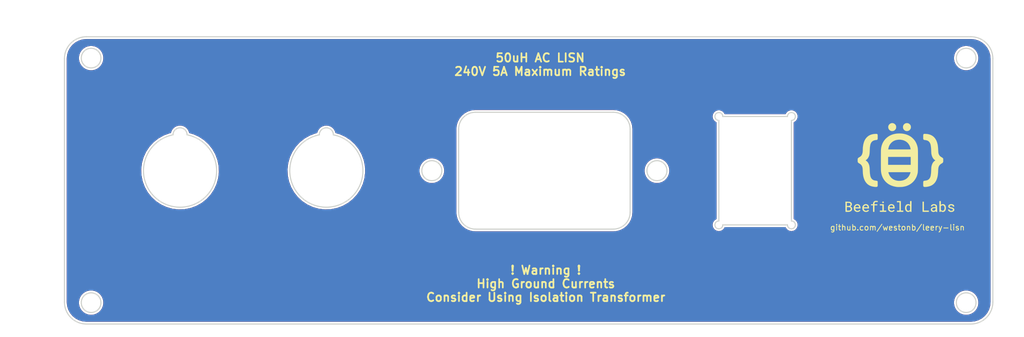
<source format=kicad_pcb>
(kicad_pcb (version 20171130) (host pcbnew 5.1.10-88a1d61d58~90~ubuntu20.04.1)

  (general
    (thickness 1.6)
    (drawings 45)
    (tracks 0)
    (zones 0)
    (modules 1)
    (nets 1)
  )

  (page A4)
  (layers
    (0 F.Cu signal)
    (31 B.Cu signal)
    (32 B.Adhes user)
    (33 F.Adhes user)
    (34 B.Paste user)
    (35 F.Paste user)
    (36 B.SilkS user)
    (37 F.SilkS user)
    (38 B.Mask user)
    (39 F.Mask user)
    (40 Dwgs.User user)
    (41 Cmts.User user)
    (42 Eco1.User user)
    (43 Eco2.User user)
    (44 Edge.Cuts user)
    (45 Margin user)
    (46 B.CrtYd user)
    (47 F.CrtYd user)
    (48 B.Fab user)
    (49 F.Fab user)
  )

  (setup
    (last_trace_width 0.25)
    (trace_clearance 0.2)
    (zone_clearance 0.3)
    (zone_45_only no)
    (trace_min 0.2)
    (via_size 0.8)
    (via_drill 0.4)
    (via_min_size 0.4)
    (via_min_drill 0.3)
    (uvia_size 0.3)
    (uvia_drill 0.1)
    (uvias_allowed no)
    (uvia_min_size 0.2)
    (uvia_min_drill 0.1)
    (edge_width 0.05)
    (segment_width 0.2)
    (pcb_text_width 0.3)
    (pcb_text_size 1.5 1.5)
    (mod_edge_width 0.12)
    (mod_text_size 1 1)
    (mod_text_width 0.15)
    (pad_size 1.524 1.524)
    (pad_drill 0.762)
    (pad_to_mask_clearance 0)
    (aux_axis_origin 0 0)
    (visible_elements FFFFFF7F)
    (pcbplotparams
      (layerselection 0x010fc_ffffffff)
      (usegerberextensions false)
      (usegerberattributes true)
      (usegerberadvancedattributes true)
      (creategerberjobfile true)
      (excludeedgelayer true)
      (linewidth 0.100000)
      (plotframeref false)
      (viasonmask false)
      (mode 1)
      (useauxorigin false)
      (hpglpennumber 1)
      (hpglpenspeed 20)
      (hpglpendiameter 15.000000)
      (psnegative false)
      (psa4output false)
      (plotreference true)
      (plotvalue true)
      (plotinvisibletext false)
      (padsonsilk false)
      (subtractmaskfromsilk false)
      (outputformat 1)
      (mirror false)
      (drillshape 0)
      (scaleselection 1)
      (outputdirectory "rear-panel-gerbers/"))
  )

  (net 0 "")

  (net_class Default "This is the default net class."
    (clearance 0.2)
    (trace_width 0.25)
    (via_dia 0.8)
    (via_drill 0.4)
    (uvia_dia 0.3)
    (uvia_drill 0.1)
  )

  (module wbraun_smd:Beefield_logo (layer F.Cu) (tedit 0) (tstamp 6119C954)
    (at 203 82.75)
    (fp_text reference G*** (at 0 0) (layer F.SilkS) hide
      (effects (font (size 1.524 1.524) (thickness 0.3)))
    )
    (fp_text value LOGO (at 0.75 0) (layer F.SilkS) hide
      (effects (font (size 1.524 1.524) (thickness 0.3)))
    )
    (fp_poly (pts (xy 1.276443 -7.827388) (xy 1.345741 -7.819719) (xy 1.405074 -7.804814) (xy 1.439334 -7.792269)
      (xy 1.578903 -7.718821) (xy 1.697007 -7.619751) (xy 1.791346 -7.497357) (xy 1.848669 -7.382934)
      (xy 1.874063 -7.290572) (xy 1.886686 -7.180558) (xy 1.886463 -7.065563) (xy 1.873319 -6.958254)
      (xy 1.851636 -6.881808) (xy 1.779377 -6.742938) (xy 1.683325 -6.624569) (xy 1.567052 -6.530327)
      (xy 1.443602 -6.4674) (xy 1.324691 -6.4352) (xy 1.19445 -6.422556) (xy 1.06638 -6.429937)
      (xy 0.973025 -6.451073) (xy 0.834957 -6.513455) (xy 0.712396 -6.603236) (xy 0.61034 -6.715723)
      (xy 0.533789 -6.84622) (xy 0.521635 -6.874934) (xy 0.495285 -6.972524) (xy 0.483248 -7.087567)
      (xy 0.485515 -7.207028) (xy 0.502075 -7.317872) (xy 0.521999 -7.382934) (xy 0.595446 -7.522503)
      (xy 0.694516 -7.640607) (xy 0.81691 -7.734946) (xy 0.931334 -7.792269) (xy 0.990304 -7.812132)
      (xy 1.052417 -7.823755) (xy 1.12952 -7.828879) (xy 1.185334 -7.829557) (xy 1.276443 -7.827388)) (layer F.SilkS) (width 0.01))
    (fp_poly (pts (xy -1.304392 -7.827011) (xy -1.261533 -7.817115) (xy -1.118486 -7.762306) (xy -0.990286 -7.680097)
      (xy -0.881972 -7.574583) (xy -0.798586 -7.449859) (xy -0.791073 -7.434981) (xy -0.767368 -7.384558)
      (xy -0.751763 -7.342704) (xy -0.742573 -7.299949) (xy -0.738112 -7.246823) (xy -0.736694 -7.173856)
      (xy -0.7366 -7.128934) (xy -0.737336 -7.041263) (xy -0.740516 -6.978146) (xy -0.747598 -6.930282)
      (xy -0.760039 -6.888372) (xy -0.779298 -6.843116) (xy -0.782471 -6.836305) (xy -0.853707 -6.719567)
      (xy -0.949945 -6.613316) (xy -1.062368 -6.526288) (xy -1.136233 -6.485861) (xy -1.264857 -6.44217)
      (xy -1.403576 -6.422066) (xy -1.540532 -6.426594) (xy -1.622477 -6.443095) (xy -1.761842 -6.498976)
      (xy -1.883103 -6.580986) (xy -1.983723 -6.685175) (xy -2.061162 -6.807593) (xy -2.112882 -6.944289)
      (xy -2.136344 -7.091315) (xy -2.130605 -7.233665) (xy -2.095336 -7.374226) (xy -2.032322 -7.501399)
      (xy -1.94572 -7.612393) (xy -1.839688 -7.704419) (xy -1.718382 -7.774684) (xy -1.585959 -7.820398)
      (xy -1.446577 -7.838771) (xy -1.304392 -7.827011)) (layer F.SilkS) (width 0.01))
    (fp_poly (pts (xy 4.378805 -5.923752) (xy 4.470904 -5.920808) (xy 4.495801 -5.919888) (xy 4.7917 -5.894908)
      (xy 5.067169 -5.842929) (xy 5.322058 -5.764074) (xy 5.556218 -5.658466) (xy 5.769499 -5.526229)
      (xy 5.961752 -5.367485) (xy 6.132829 -5.182357) (xy 6.282579 -4.970969) (xy 6.410854 -4.733444)
      (xy 6.517505 -4.469904) (xy 6.601877 -4.182534) (xy 6.63415 -4.04267) (xy 6.660098 -3.909655)
      (xy 6.680688 -3.775863) (xy 6.696884 -3.633667) (xy 6.709653 -3.47544) (xy 6.71996 -3.293556)
      (xy 6.723039 -3.2258) (xy 6.732133 -3.034322) (xy 6.741722 -2.872971) (xy 6.752193 -2.738006)
      (xy 6.763935 -2.625689) (xy 6.777336 -2.532278) (xy 6.792784 -2.454036) (xy 6.809764 -2.390168)
      (xy 6.876265 -2.224244) (xy 6.968451 -2.074175) (xy 7.082789 -1.944477) (xy 7.215747 -1.839667)
      (xy 7.262105 -1.811867) (xy 7.375335 -1.746083) (xy 7.461954 -1.68902) (xy 7.526909 -1.63711)
      (xy 7.575147 -1.586784) (xy 7.576502 -1.58512) (xy 7.628467 -1.520975) (xy 7.633905 -1.248685)
      (xy 7.634238 -1.109114) (xy 7.627181 -0.997635) (xy 7.609964 -0.908786) (xy 7.579816 -0.837109)
      (xy 7.533968 -0.777145) (xy 7.46965 -0.723434) (xy 7.384091 -0.670516) (xy 7.324207 -0.638329)
      (xy 7.204663 -0.563667) (xy 7.09035 -0.469319) (xy 6.99046 -0.363906) (xy 6.914183 -0.256048)
      (xy 6.91142 -0.251217) (xy 6.867433 -0.166803) (xy 6.830982 -0.080447) (xy 6.801225 0.012334)
      (xy 6.777316 0.116023) (xy 6.758415 0.235104) (xy 6.743675 0.374058) (xy 6.732255 0.53737)
      (xy 6.72331 0.729523) (xy 6.722415 0.75333) (xy 6.715066 0.918663) (xy 6.705671 1.076023)
      (xy 6.694743 1.218554) (xy 6.682792 1.339401) (xy 6.673129 1.413933) (xy 6.612798 1.732678)
      (xy 6.531436 2.024908) (xy 6.428923 2.290748) (xy 6.305141 2.530322) (xy 6.159971 2.743753)
      (xy 5.993294 2.931167) (xy 5.804991 3.092687) (xy 5.594942 3.228437) (xy 5.363028 3.338543)
      (xy 5.109131 3.423128) (xy 4.833131 3.482317) (xy 4.670035 3.504289) (xy 4.512418 3.518136)
      (xy 4.385685 3.521983) (xy 4.288349 3.515788) (xy 4.218925 3.49951) (xy 4.200511 3.491191)
      (xy 4.164345 3.469508) (xy 4.136262 3.445042) (xy 4.115253 3.413439) (xy 4.100307 3.370343)
      (xy 4.090414 3.311397) (xy 4.084562 3.232245) (xy 4.081742 3.128532) (xy 4.080942 2.995902)
      (xy 4.080934 2.975753) (xy 4.081443 2.828698) (xy 4.084424 2.711738) (xy 4.092057 2.621104)
      (xy 4.106522 2.553025) (xy 4.129999 2.503731) (xy 4.164667 2.469452) (xy 4.212707 2.446418)
      (xy 4.276299 2.43086) (xy 4.357622 2.419007) (xy 4.406207 2.413222) (xy 4.592033 2.384633)
      (xy 4.749978 2.344374) (xy 4.884602 2.290505) (xy 5.000463 2.221087) (xy 5.10212 2.134181)
      (xy 5.129567 2.10546) (xy 5.198671 2.022157) (xy 5.258906 1.931365) (xy 5.310919 1.830288)
      (xy 5.355356 1.716133) (xy 5.392865 1.586106) (xy 5.424093 1.437412) (xy 5.449685 1.267256)
      (xy 5.470289 1.072845) (xy 5.486552 0.851383) (xy 5.49912 0.600078) (xy 5.503241 0.491066)
      (xy 5.509962 0.320632) (xy 5.517327 0.179873) (xy 5.525664 0.064599) (xy 5.535298 -0.029379)
      (xy 5.546557 -0.106252) (xy 5.552054 -0.135467) (xy 5.613216 -0.374054) (xy 5.694767 -0.587388)
      (xy 5.796306 -0.774796) (xy 5.917433 -0.935603) (xy 6.057746 -1.069137) (xy 6.145966 -1.132667)
      (xy 6.250724 -1.200375) (xy 6.177596 -1.24641) (xy 6.020916 -1.36453) (xy 5.884564 -1.50895)
      (xy 5.768362 -1.679967) (xy 5.672132 -1.877876) (xy 5.595697 -2.102972) (xy 5.552142 -2.285399)
      (xy 5.539915 -2.357633) (xy 5.529422 -2.446197) (xy 5.520345 -2.555131) (xy 5.512369 -2.688475)
      (xy 5.505173 -2.850269) (xy 5.502846 -2.912534) (xy 5.491238 -3.175366) (xy 5.476075 -3.407267)
      (xy 5.45678 -3.611041) (xy 5.432781 -3.789493) (xy 5.403501 -3.945428) (xy 5.368367 -4.081649)
      (xy 5.326803 -4.200961) (xy 5.278236 -4.306168) (xy 5.222089 -4.400075) (xy 5.188346 -4.447165)
      (xy 5.089922 -4.558187) (xy 4.977838 -4.648132) (xy 4.848209 -4.718876) (xy 4.697147 -4.772297)
      (xy 4.520764 -4.810274) (xy 4.403837 -4.826131) (xy 4.296597 -4.842477) (xy 4.217461 -4.865787)
      (xy 4.160944 -4.898701) (xy 4.121561 -4.943863) (xy 4.108137 -4.968527) (xy 4.098684 -4.9941)
      (xy 4.091616 -5.028689) (xy 4.08662 -5.077045) (xy 4.083386 -5.14392) (xy 4.081601 -5.234064)
      (xy 4.080954 -5.352229) (xy 4.080934 -5.38367) (xy 4.081573 -5.519799) (xy 4.084096 -5.626497)
      (xy 4.089412 -5.708186) (xy 4.098429 -5.769288) (xy 4.112055 -5.814224) (xy 4.1312 -5.847417)
      (xy 4.156771 -5.873288) (xy 4.185748 -5.893787) (xy 4.20955 -5.907494) (xy 4.234502 -5.916817)
      (xy 4.266859 -5.922284) (xy 4.312874 -5.92442) (xy 4.378805 -5.923752)) (layer F.SilkS) (width 0.01))
    (fp_poly (pts (xy -4.221859 -5.914987) (xy -4.175806 -5.911506) (xy -4.144108 -5.904736) (xy -4.120265 -5.893922)
      (xy -4.103625 -5.882701) (xy -4.075957 -5.860683) (xy -4.054622 -5.837536) (xy -4.038796 -5.808739)
      (xy -4.027656 -5.769767) (xy -4.020378 -5.716098) (xy -4.016139 -5.643209) (xy -4.014116 -5.546575)
      (xy -4.013485 -5.421675) (xy -4.013449 -5.38736) (xy -4.014103 -5.239684) (xy -4.017478 -5.122197)
      (xy -4.025375 -5.031232) (xy -4.03959 -4.963126) (xy -4.061924 -4.914211) (xy -4.094174 -4.880823)
      (xy -4.138139 -4.859296) (xy -4.195618 -4.845965) (xy -4.268408 -4.837163) (xy -4.284133 -4.835699)
      (xy -4.497276 -4.804659) (xy -4.684633 -4.752277) (xy -4.847172 -4.677979) (xy -4.985858 -4.581191)
      (xy -5.101656 -4.461341) (xy -5.195535 -4.317853) (xy -5.212815 -4.284134) (xy -5.253981 -4.193202)
      (xy -5.289368 -4.098463) (xy -5.319569 -3.99627) (xy -5.345177 -3.882978) (xy -5.366784 -3.754943)
      (xy -5.384985 -3.608519) (xy -5.400372 -3.440062) (xy -5.413537 -3.245925) (xy -5.425075 -3.022464)
      (xy -5.4277 -2.963334) (xy -5.437402 -2.760698) (xy -5.448214 -2.587363) (xy -5.461047 -2.438764)
      (xy -5.476811 -2.310334) (xy -5.496415 -2.197509) (xy -5.520771 -2.095724) (xy -5.550787 -2.000412)
      (xy -5.587375 -1.907009) (xy -5.631445 -1.81095) (xy -5.67441 -1.725828) (xy -5.743981 -1.612963)
      (xy -5.833847 -1.497955) (xy -5.934897 -1.391041) (xy -6.03802 -1.302454) (xy -6.073966 -1.276974)
      (xy -6.123832 -1.242929) (xy -6.149082 -1.221446) (xy -6.153747 -1.207023) (xy -6.141859 -1.194156)
      (xy -6.137111 -1.190772) (xy -5.995273 -1.085397) (xy -5.880185 -0.982769) (xy -5.786004 -0.876442)
      (xy -5.706885 -0.759968) (xy -5.649301 -0.652683) (xy -5.603004 -0.553225) (xy -5.56421 -0.458329)
      (xy -5.532068 -0.363402) (xy -5.505724 -0.263849) (xy -5.484328 -0.155078) (xy -5.467027 -0.032495)
      (xy -5.452968 0.108494) (xy -5.4413 0.272481) (xy -5.43117 0.464061) (xy -5.427684 0.541866)
      (xy -5.414671 0.798428) (xy -5.398727 1.024108) (xy -5.379144 1.221815) (xy -5.355214 1.394462)
      (xy -5.326231 1.544957) (xy -5.291487 1.676213) (xy -5.250276 1.79114) (xy -5.201889 1.892649)
      (xy -5.14562 1.98365) (xy -5.080762 2.067054) (xy -5.048386 2.103096) (xy -4.950906 2.19448)
      (xy -4.84442 2.267576) (xy -4.723605 2.324658) (xy -4.583141 2.368002) (xy -4.417707 2.399885)
      (xy -4.326209 2.411979) (xy -4.240264 2.422505) (xy -4.180699 2.431926) (xy -4.14019 2.442448)
      (xy -4.111414 2.456279) (xy -4.087047 2.475626) (xy -4.074428 2.487857) (xy -4.021666 2.540587)
      (xy -4.016572 2.947535) (xy -4.015107 3.075898) (xy -4.014528 3.174974) (xy -4.015129 3.249339)
      (xy -4.017207 3.303568) (xy -4.021055 3.342235) (xy -4.026969 3.369917) (xy -4.035244 3.391189)
      (xy -4.046176 3.410624) (xy -4.046472 3.411105) (xy -4.079412 3.453406) (xy -4.1216 3.484726)
      (xy -4.177131 3.505766) (xy -4.250103 3.517227) (xy -4.344609 3.519809) (xy -4.464748 3.514212)
      (xy -4.588089 3.503739) (xy -4.850818 3.464994) (xy -5.106977 3.401028) (xy -5.347135 3.314307)
      (xy -5.397089 3.292326) (xy -5.608751 3.177456) (xy -5.803156 3.034178) (xy -5.979444 2.863721)
      (xy -6.136751 2.667312) (xy -6.274217 2.446178) (xy -6.39098 2.201546) (xy -6.486177 1.934644)
      (xy -6.558947 1.646699) (xy -6.56152 1.634066) (xy -6.583686 1.519798) (xy -6.6016 1.415677)
      (xy -6.615952 1.314949) (xy -6.627432 1.210863) (xy -6.636732 1.096666) (xy -6.644542 0.965606)
      (xy -6.651552 0.810929) (xy -6.655097 0.719316) (xy -6.664265 0.519982) (xy -6.676396 0.350129)
      (xy -6.692413 0.20543) (xy -6.713243 0.08156) (xy -6.73981 -0.025807) (xy -6.773041 -0.120996)
      (xy -6.81386 -0.208333) (xy -6.863193 -0.292143) (xy -6.875484 -0.310842) (xy -6.957994 -0.418786)
      (xy -7.053028 -0.511399) (xy -7.168363 -0.595479) (xy -7.269088 -0.654962) (xy -7.378816 -0.720716)
      (xy -7.459632 -0.782467) (xy -7.515643 -0.84374) (xy -7.543146 -0.890014) (xy -7.554087 -0.93148)
      (xy -7.562311 -0.998872) (xy -7.567779 -1.084354) (xy -7.57045 -1.180093) (xy -7.570285 -1.278254)
      (xy -7.567245 -1.371001) (xy -7.561289 -1.450499) (xy -7.552377 -1.508915) (xy -7.546388 -1.528778)
      (xy -7.507674 -1.589368) (xy -7.443842 -1.653478) (xy -7.362151 -1.714696) (xy -7.285955 -1.758734)
      (xy -7.141618 -1.842813) (xy -7.018266 -1.939928) (xy -6.914856 -2.052393) (xy -6.830347 -2.182521)
      (xy -6.763696 -2.332627) (xy -6.713862 -2.505024) (xy -6.679803 -2.702027) (xy -6.660478 -2.925949)
      (xy -6.654814 -3.160506) (xy -6.644165 -3.456132) (xy -6.613126 -3.751791) (xy -6.563002 -4.040592)
      (xy -6.495093 -4.315647) (xy -6.410703 -4.570066) (xy -6.368723 -4.673611) (xy -6.254866 -4.898686)
      (xy -6.115421 -5.107694) (xy -5.953577 -5.297175) (xy -5.772521 -5.463669) (xy -5.575442 -5.603718)
      (xy -5.444066 -5.677025) (xy -5.229083 -5.768438) (xy -4.992428 -5.839002) (xy -4.740123 -5.887368)
      (xy -4.478188 -5.912185) (xy -4.383025 -5.91509) (xy -4.288766 -5.91593) (xy -4.221859 -5.914987)) (layer F.SilkS) (width 0.01))
    (fp_poly (pts (xy 0.203185 -5.980004) (xy 0.552035 -5.936871) (xy 0.885012 -5.864747) (xy 1.201447 -5.763828)
      (xy 1.500666 -5.634309) (xy 1.782 -5.476387) (xy 1.913467 -5.388451) (xy 2.02506 -5.302169)
      (xy 2.147126 -5.195213) (xy 2.271836 -5.075404) (xy 2.391359 -4.950561) (xy 2.497867 -4.828505)
      (xy 2.578337 -4.724401) (xy 2.706183 -4.524166) (xy 2.82339 -4.300044) (xy 2.926021 -4.061344)
      (xy 3.01014 -3.817374) (xy 3.071812 -3.577444) (xy 3.079523 -3.539067) (xy 3.090515 -3.480101)
      (xy 3.100336 -3.422281) (xy 3.109044 -3.363485) (xy 3.116695 -3.301588) (xy 3.123348 -3.234467)
      (xy 3.129059 -3.16) (xy 3.133887 -3.076062) (xy 3.137888 -2.980531) (xy 3.14112 -2.871283)
      (xy 3.14364 -2.746196) (xy 3.145505 -2.603145) (xy 3.146774 -2.440007) (xy 3.147503 -2.25466)
      (xy 3.147749 -2.04498) (xy 3.147571 -1.808843) (xy 3.147025 -1.544127) (xy 3.14617 -1.248708)
      (xy 3.145655 -1.0922) (xy 3.144654 -0.794216) (xy 3.143709 -0.527914) (xy 3.142714 -0.29111)
      (xy 3.141566 -0.081621) (xy 3.140159 0.102739) (xy 3.138389 0.264153) (xy 3.13615 0.404805)
      (xy 3.133339 0.526878) (xy 3.129849 0.632558) (xy 3.125577 0.724029) (xy 3.120418 0.803473)
      (xy 3.114267 0.873076) (xy 3.107019 0.935021) (xy 3.09857 0.991493) (xy 3.088814 1.044675)
      (xy 3.077647 1.096752) (xy 3.064964 1.149907) (xy 3.050661 1.206325) (xy 3.034632 1.26819)
      (xy 3.031926 1.278637) (xy 2.936399 1.582502) (xy 2.812074 1.869682) (xy 2.660391 2.138744)
      (xy 2.482791 2.388253) (xy 2.280713 2.616776) (xy 2.055597 2.82288) (xy 1.808883 3.005131)
      (xy 1.542013 3.162095) (xy 1.256425 3.292339) (xy 0.95356 3.394428) (xy 0.889 3.411871)
      (xy 0.727752 3.450807) (xy 0.576867 3.48058) (xy 0.427217 3.502317) (xy 0.269673 3.517148)
      (xy 0.095107 3.5262) (xy -0.067733 3.53011) (xy -0.182329 3.531437) (xy -0.28938 3.532014)
      (xy -0.382907 3.53186) (xy -0.456934 3.530997) (xy -0.505481 3.529442) (xy -0.516466 3.528627)
      (xy -0.874032 3.47754) (xy -1.209093 3.401248) (xy -1.52195 3.299582) (xy -1.812901 3.172376)
      (xy -2.082246 3.019462) (xy -2.330285 2.840675) (xy -2.557317 2.635845) (xy -2.763641 2.404807)
      (xy -2.925164 2.184399) (xy -3.072088 1.936041) (xy -3.196446 1.665392) (xy -3.296783 1.376644)
      (xy -3.371647 1.073985) (xy -3.398734 0.897466) (xy -2.11582 0.897466) (xy -2.10584 0.952499)
      (xy -2.096031 0.993585) (xy -2.078479 1.055668) (xy -2.056369 1.127691) (xy -2.047538 1.155047)
      (xy -1.95469 1.386062) (xy -1.834588 1.598408) (xy -1.689206 1.790523) (xy -1.520521 1.960844)
      (xy -1.330508 2.107809) (xy -1.121142 2.229855) (xy -0.894398 2.32542) (xy -0.652252 2.392939)
      (xy -0.440266 2.42664) (xy -0.349954 2.432781) (xy -0.237184 2.435236) (xy -0.113139 2.434235)
      (xy 0.011001 2.430007) (xy 0.124054 2.422782) (xy 0.211667 2.413254) (xy 0.469996 2.360398)
      (xy 0.710562 2.279499) (xy 0.932427 2.171092) (xy 1.134652 2.035713) (xy 1.316299 1.873898)
      (xy 1.469532 1.6954) (xy 1.579377 1.5297) (xy 1.677559 1.342969) (xy 1.758358 1.147513)
      (xy 1.816053 0.955644) (xy 1.818766 0.944033) (xy 1.829446 0.897466) (xy -2.11582 0.897466)
      (xy -3.398734 0.897466) (xy -3.419583 0.761607) (xy -3.419923 0.758434) (xy -3.422779 0.71405)
      (xy -3.425386 0.638635) (xy -3.427745 0.53498) (xy -3.429855 0.405875) (xy -3.431717 0.254112)
      (xy -3.433332 0.08248) (xy -3.434698 -0.106228) (xy -3.435818 -0.309223) (xy -3.43669 -0.523712)
      (xy -3.437316 -0.746906) (xy -3.437695 -0.976014) (xy -3.437827 -1.208244) (xy -3.437714 -1.440806)
      (xy -3.437355 -1.670908) (xy -3.436931 -1.8288) (xy -2.167466 -1.8288) (xy -2.167466 -0.4064)
      (xy 1.862667 -0.4064) (xy 1.862667 -1.8288) (xy -2.167466 -1.8288) (xy -3.436931 -1.8288)
      (xy -3.43675 -1.89576) (xy -3.4359 -2.112572) (xy -3.434806 -2.318551) (xy -3.433466 -2.510908)
      (xy -3.431882 -2.686851) (xy -3.430054 -2.843589) (xy -3.427981 -2.978333) (xy -3.425665 -3.088289)
      (xy -3.423761 -3.1496) (xy -2.149686 -3.1496) (xy -0.151976 -3.1496) (xy 0.155188 -3.149647)
      (xy 0.430173 -3.149801) (xy 0.674663 -3.150082) (xy 0.890346 -3.15051) (xy 1.078908 -3.151104)
      (xy 1.242035 -3.151885) (xy 1.381414 -3.152872) (xy 1.49873 -3.154086) (xy 1.595671 -3.155545)
      (xy 1.673923 -3.15727) (xy 1.735172 -3.159282) (xy 1.781104 -3.161599) (xy 1.813405 -3.164241)
      (xy 1.833763 -3.167229) (xy 1.843864 -3.170582) (xy 1.845734 -3.17313) (xy 1.841016 -3.22118)
      (xy 1.828269 -3.292456) (xy 1.809602 -3.377873) (xy 1.787126 -3.468343) (xy 1.76295 -3.554781)
      (xy 1.741844 -3.62058) (xy 1.643142 -3.854746) (xy 1.518835 -4.067706) (xy 1.370486 -4.258475)
      (xy 1.199655 -4.426071) (xy 1.007905 -4.569508) (xy 0.796796 -4.687804) (xy 0.56789 -4.779976)
      (xy 0.322749 -4.845039) (xy 0.062934 -4.882009) (xy -0.209994 -4.889905) (xy -0.26973 -4.887734)
      (xy -0.529916 -4.863884) (xy -0.767133 -4.817408) (xy -0.984777 -4.746936) (xy -1.186245 -4.651098)
      (xy -1.374931 -4.528526) (xy -1.554233 -4.37785) (xy -1.569075 -4.363774) (xy -1.720795 -4.201239)
      (xy -1.848397 -4.025775) (xy -1.953672 -3.833746) (xy -2.038413 -3.621518) (xy -2.104409 -3.385456)
      (xy -2.14032 -3.204634) (xy -2.149686 -3.1496) (xy -3.423761 -3.1496) (xy -3.423106 -3.170669)
      (xy -3.420303 -3.222681) (xy -3.419555 -3.230701) (xy -3.368104 -3.561121) (xy -3.287672 -3.875199)
      (xy -3.178562 -4.172255) (xy -3.04108 -4.451611) (xy -2.875529 -4.712587) (xy -2.682215 -4.954505)
      (xy -2.612144 -5.030287) (xy -2.380056 -5.248449) (xy -2.128505 -5.439054) (xy -1.857983 -5.601909)
      (xy -1.568982 -5.736821) (xy -1.261994 -5.843596) (xy -0.937512 -5.92204) (xy -0.596027 -5.971961)
      (xy -0.238032 -5.993164) (xy -0.160866 -5.993949) (xy 0.203185 -5.980004)) (layer F.SilkS) (width 0.01))
    (fp_poly (pts (xy -2.995823 6.127594) (xy -2.950137 6.166179) (xy -2.923342 6.220586) (xy -2.919375 6.282715)
      (xy -2.942169 6.344467) (xy -2.943207 6.346076) (xy -2.972974 6.367874) (xy -3.021704 6.383629)
      (xy -3.07455 6.389254) (xy -3.094229 6.38764) (xy -3.134898 6.367525) (xy -3.173027 6.328284)
      (xy -3.197155 6.28328) (xy -3.200399 6.263846) (xy -3.185679 6.201857) (xy -3.147147 6.150584)
      (xy -3.093249 6.11888) (xy -3.056466 6.112933) (xy -2.995823 6.127594)) (layer F.SilkS) (width 0.01))
    (fp_poly (pts (xy 4.199467 7.738533) (xy 5.081617 7.738533) (xy 5.076575 7.844366) (xy 5.071534 7.9502)
      (xy 4.528487 7.954663) (xy 4.396098 7.955402) (xy 4.274665 7.955409) (xy 4.168305 7.954738)
      (xy 4.081134 7.953439) (xy 4.01727 7.951566) (xy 3.980828 7.949171) (xy 3.97392 7.947608)
      (xy 3.971721 7.92895) (xy 3.96966 7.879597) (xy 3.967777 7.802724) (xy 3.966112 7.701502)
      (xy 3.964706 7.579105) (xy 3.963598 7.438704) (xy 3.96283 7.283473) (xy 3.962441 7.116585)
      (xy 3.962401 7.041444) (xy 3.962401 6.1468) (xy 4.199467 6.1468) (xy 4.199467 7.738533)) (layer F.SilkS) (width 0.01))
    (fp_poly (pts (xy 0.1016 7.738533) (xy 0.543483 7.738533) (xy 0.538442 7.844366) (xy 0.5334 7.9502)
      (xy -0.021609 7.954665) (xy -0.177036 7.955709) (xy -0.3018 7.956003) (xy -0.399097 7.95544)
      (xy -0.472125 7.953912) (xy -0.524082 7.95131) (xy -0.558163 7.947525) (xy -0.577566 7.942451)
      (xy -0.585489 7.935978) (xy -0.585655 7.93558) (xy -0.58998 7.905512) (xy -0.590623 7.856194)
      (xy -0.589446 7.829515) (xy -0.5842 7.747) (xy -0.135466 7.73755) (xy -0.135466 6.2484)
      (xy -0.592666 6.2484) (xy -0.592666 6.0452) (xy 0.1016 6.0452) (xy 0.1016 7.738533)) (layer F.SilkS) (width 0.01))
    (fp_poly (pts (xy -2.929466 7.738533) (xy -2.487583 7.738533) (xy -2.492625 7.844366) (xy -2.497666 7.9502)
      (xy -3.049183 7.95466) (xy -3.182627 7.955396) (xy -3.305138 7.95541) (xy -3.412633 7.954756)
      (xy -3.501028 7.953484) (xy -3.56624 7.951644) (xy -3.604186 7.949289) (xy -3.612216 7.947605)
      (xy -3.618436 7.925634) (xy -3.622618 7.880704) (xy -3.623733 7.837311) (xy -3.623733 7.738533)
      (xy -3.166533 7.738533) (xy -3.166533 6.8072) (xy -3.623733 6.8072) (xy -3.623733 6.604)
      (xy -2.929466 6.604) (xy -2.929466 7.738533)) (layer F.SilkS) (width 0.01))
    (fp_poly (pts (xy -4.217553 5.999382) (xy -4.139167 6.006714) (xy -4.077257 6.016504) (xy -4.072466 6.017586)
      (xy -4.022894 6.030492) (xy -3.99844 6.043924) (xy -3.991153 6.065718) (xy -3.992498 6.096394)
      (xy -3.999769 6.165858) (xy -4.009626 6.206872) (xy -4.024598 6.224854) (xy -4.047217 6.225221)
      (xy -4.052067 6.223903) (xy -4.086365 6.217433) (xy -4.143332 6.210372) (xy -4.211829 6.204061)
      (xy -4.22594 6.203006) (xy -4.346652 6.204044) (xy -4.4418 6.226914) (xy -4.512411 6.272478)
      (xy -4.559513 6.341595) (xy -4.584133 6.435125) (xy -4.588561 6.506633) (xy -4.588933 6.604)
      (xy -4.080933 6.604) (xy -4.080933 6.790266) (xy -4.588488 6.790266) (xy -4.592944 7.370233)
      (xy -4.597399 7.9502) (xy -4.708184 7.955126) (xy -4.766702 7.955946) (xy -4.811122 7.953263)
      (xy -4.83095 7.948071) (xy -4.83379 7.928873) (xy -4.836389 7.879816) (xy -4.838666 7.804907)
      (xy -4.840539 7.708152) (xy -4.841925 7.593558) (xy -4.842742 7.465132) (xy -4.842933 7.363177)
      (xy -4.842933 6.790266) (xy -5.198533 6.790266) (xy -5.198533 6.604) (xy -4.84637 6.604)
      (xy -4.83511 6.481233) (xy -4.808917 6.338565) (xy -4.759026 6.220042) (xy -4.685931 6.12611)
      (xy -4.59013 6.057215) (xy -4.472115 6.013804) (xy -4.332384 5.996324) (xy -4.296651 5.996025)
      (xy -4.217553 5.999382)) (layer F.SilkS) (width 0.01))
    (fp_poly (pts (xy -9.368366 6.151106) (xy -9.238089 6.154406) (xy -9.125343 6.159141) (xy -9.034368 6.165044)
      (xy -8.969407 6.171848) (xy -8.937797 6.178146) (xy -8.84247 6.222462) (xy -8.752495 6.28769)
      (xy -8.680078 6.364411) (xy -8.661893 6.391005) (xy -8.635661 6.437212) (xy -8.620243 6.47804)
      (xy -8.612842 6.52557) (xy -8.610658 6.591881) (xy -8.610599 6.612375) (xy -8.61191 6.684945)
      (xy -8.617551 6.735016) (xy -8.630081 6.773907) (xy -8.652063 6.81294) (xy -8.658049 6.822108)
      (xy -8.701952 6.876132) (xy -8.757383 6.928823) (xy -8.780446 6.946636) (xy -8.855393 6.999464)
      (xy -8.77216 7.047) (xy -8.678293 7.117814) (xy -8.610671 7.204731) (xy -8.568816 7.303054)
      (xy -8.552246 7.408086) (xy -8.560484 7.515129) (xy -8.593048 7.619485) (xy -8.649459 7.716457)
      (xy -8.729237 7.801346) (xy -8.831903 7.869457) (xy -8.857409 7.881676) (xy -8.934204 7.9101)
      (xy -9.020799 7.933417) (xy -9.074164 7.943085) (xy -9.128986 7.948149) (xy -9.203084 7.952204)
      (xy -9.290042 7.955208) (xy -9.383445 7.957118) (xy -9.476879 7.957893) (xy -9.563927 7.95749)
      (xy -9.638176 7.955866) (xy -9.693209 7.95298) (xy -9.722612 7.948789) (xy -9.725377 7.947377)
      (xy -9.72753 7.928765) (xy -9.729549 7.879456) (xy -9.731393 7.802619) (xy -9.732425 7.738533)
      (xy -9.499599 7.738533) (xy -9.275233 7.738161) (xy -9.175348 7.737055) (xy -9.102172 7.73361)
      (xy -9.048584 7.72706) (xy -9.007464 7.716642) (xy -8.982432 7.706704) (xy -8.898057 7.652347)
      (xy -8.838801 7.581254) (xy -8.804676 7.499299) (xy -8.795692 7.412357) (xy -8.811861 7.326303)
      (xy -8.853193 7.247011) (xy -8.9197 7.180357) (xy -8.981384 7.144298) (xy -9.018101 7.130581)
      (xy -9.061705 7.121312) (xy -9.11939 7.115709) (xy -9.198353 7.112988) (xy -9.275233 7.112371)
      (xy -9.499599 7.112) (xy -9.499599 7.738533) (xy -9.732425 7.738533) (xy -9.733024 7.701424)
      (xy -9.734403 7.57904) (xy -9.735488 7.438637) (xy -9.736243 7.283383) (xy -9.736625 7.11645)
      (xy -9.736666 7.04026) (xy -9.736666 6.912201) (xy -9.499599 6.912201) (xy -9.283699 6.905712)
      (xy -9.188394 6.901998) (xy -9.119356 6.896754) (xy -9.06899 6.888823) (xy -9.029699 6.877046)
      (xy -8.997259 6.862062) (xy -8.918466 6.806715) (xy -8.869779 6.737872) (xy -8.848871 6.651779)
      (xy -8.847666 6.620933) (xy -8.853225 6.549104) (xy -8.872338 6.495523) (xy -8.885433 6.474854)
      (xy -8.921927 6.432112) (xy -8.965359 6.400666) (xy -9.02149 6.378715) (xy -9.096079 6.364457)
      (xy -9.194888 6.35609) (xy -9.275233 6.352947) (xy -9.499599 6.346677) (xy -9.499599 6.912201)
      (xy -9.736666 6.912201) (xy -9.736666 6.144432) (xy -9.368366 6.151106)) (layer F.SilkS) (width 0.01))
    (fp_poly (pts (xy 9.205666 6.596962) (xy 9.331968 6.633054) (xy 9.436357 6.691644) (xy 9.516952 6.771451)
      (xy 9.57187 6.871196) (xy 9.593205 6.947687) (xy 9.60497 7.0104) (xy 9.371724 7.0104)
      (xy 9.338296 6.938433) (xy 9.285731 6.863072) (xy 9.211329 6.809977) (xy 9.120494 6.781295)
      (xy 9.018634 6.779173) (xy 8.962948 6.789319) (xy 8.870947 6.822782) (xy 8.810056 6.869118)
      (xy 8.77996 6.928573) (xy 8.778961 6.933428) (xy 8.7744 6.989817) (xy 8.786399 7.035722)
      (xy 8.818309 7.073751) (xy 8.873479 7.10651) (xy 8.955259 7.136606) (xy 9.066998 7.166645)
      (xy 9.083829 7.170665) (xy 9.234198 7.211138) (xy 9.353931 7.254706) (xy 9.446215 7.302794)
      (xy 9.51424 7.356826) (xy 9.524289 7.367442) (xy 9.581799 7.45332) (xy 9.608507 7.545453)
      (xy 9.605622 7.639031) (xy 9.574351 7.729247) (xy 9.515901 7.811294) (xy 9.431481 7.880364)
      (xy 9.389534 7.903869) (xy 9.280767 7.94383) (xy 9.154606 7.967566) (xy 9.024099 7.973696)
      (xy 8.902292 7.960839) (xy 8.885698 7.957215) (xy 8.776153 7.918599) (xy 8.675599 7.859176)
      (xy 8.591118 7.784623) (xy 8.529797 7.700615) (xy 8.509726 7.655971) (xy 8.489964 7.595936)
      (xy 8.486146 7.560091) (xy 8.502982 7.542199) (xy 8.54518 7.536025) (xy 8.600821 7.535333)
      (xy 8.718041 7.535333) (xy 8.736779 7.592109) (xy 8.778678 7.66778) (xy 8.846973 7.723553)
      (xy 8.940044 7.758556) (xy 9.056268 7.771919) (xy 9.07149 7.772028) (xy 9.165788 7.76411)
      (xy 9.248082 7.74274) (xy 9.311068 7.710546) (xy 9.345834 7.673352) (xy 9.358554 7.632698)
      (xy 9.364124 7.581457) (xy 9.364134 7.579439) (xy 9.355916 7.52873) (xy 9.329034 7.486016)
      (xy 9.280143 7.449138) (xy 9.205899 7.41594) (xy 9.102957 7.384263) (xy 9.035377 7.367295)
      (xy 8.877778 7.323316) (xy 8.752041 7.2732) (xy 8.656509 7.215647) (xy 8.589524 7.149356)
      (xy 8.549429 7.073026) (xy 8.534567 6.985355) (xy 8.534401 6.974087) (xy 8.550129 6.872169)
      (xy 8.595264 6.782114) (xy 8.666728 6.706205) (xy 8.761442 6.646725) (xy 8.876331 6.605958)
      (xy 9.008316 6.586186) (xy 9.059334 6.584647) (xy 9.205666 6.596962)) (layer F.SilkS) (width 0.01))
    (fp_poly (pts (xy 7.213601 6.728436) (xy 7.251911 6.692445) (xy 7.327187 6.641693) (xy 7.423898 6.605788)
      (xy 7.532226 6.586541) (xy 7.64235 6.585761) (xy 7.737149 6.603012) (xy 7.842548 6.651483)
      (xy 7.932815 6.728313) (xy 8.006253 6.830772) (xy 8.061167 6.95613) (xy 8.095859 7.101657)
      (xy 8.106213 7.196768) (xy 8.105536 7.365062) (xy 8.08199 7.51738) (xy 8.03743 7.651592)
      (xy 7.97371 7.765568) (xy 7.892683 7.857178) (xy 7.796203 7.924291) (xy 7.686125 7.964777)
      (xy 7.564302 7.976506) (xy 7.442201 7.959766) (xy 7.338389 7.918934) (xy 7.248687 7.85358)
      (xy 7.243918 7.848899) (xy 7.198739 7.80372) (xy 7.188201 7.9502) (xy 6.968067 7.9502)
      (xy 6.963524 6.960778) (xy 7.213601 6.960778) (xy 7.213712 7.269222) (xy 7.214262 7.388149)
      (xy 7.21665 7.478536) (xy 7.222133 7.545707) (xy 7.231967 7.594984) (xy 7.247407 7.631689)
      (xy 7.269709 7.661144) (xy 7.30013 7.688673) (xy 7.31557 7.700895) (xy 7.400754 7.746825)
      (xy 7.49783 7.766439) (xy 7.596935 7.759372) (xy 7.688199 7.725259) (xy 7.704454 7.715284)
      (xy 7.768299 7.653845) (xy 7.818021 7.566118) (xy 7.852005 7.457289) (xy 7.868631 7.332542)
      (xy 7.866282 7.197065) (xy 7.866247 7.196666) (xy 7.843418 7.059778) (xy 7.801853 6.951046)
      (xy 7.741442 6.870344) (xy 7.662078 6.817546) (xy 7.563652 6.792525) (xy 7.518401 6.790266)
      (xy 7.418915 6.801225) (xy 7.337973 6.836475) (xy 7.268369 6.8984) (xy 7.213601 6.960778)
      (xy 6.963524 6.960778) (xy 6.959319 6.0452) (xy 7.213601 6.0452) (xy 7.213601 6.728436)) (layer F.SilkS) (width 0.01))
    (fp_poly (pts (xy 6.143878 6.596903) (xy 6.270576 6.633523) (xy 6.374067 6.69429) (xy 6.453922 6.778985)
      (xy 6.48855 6.837577) (xy 6.500251 6.862905) (xy 6.509526 6.888837) (xy 6.516781 6.919783)
      (xy 6.522425 6.960154) (xy 6.526865 7.01436) (xy 6.53051 7.086812) (xy 6.533766 7.18192)
      (xy 6.537041 7.304095) (xy 6.538963 7.382933) (xy 6.542346 7.508118) (xy 6.546219 7.624703)
      (xy 6.550358 7.727646) (xy 6.554539 7.811909) (xy 6.558536 7.872451) (xy 6.562127 7.904232)
      (xy 6.562166 7.904416) (xy 6.574208 7.960232) (xy 6.449404 7.955216) (xy 6.324601 7.9502)
      (xy 6.309115 7.880471) (xy 6.29363 7.810742) (xy 6.219499 7.867327) (xy 6.112587 7.92871)
      (xy 5.990717 7.964617) (xy 5.862869 7.973532) (xy 5.738021 7.953939) (xy 5.726684 7.950553)
      (xy 5.614261 7.900192) (xy 5.527414 7.828592) (xy 5.467698 7.738218) (xy 5.436672 7.631536)
      (xy 5.435894 7.51101) (xy 5.436609 7.505643) (xy 5.675818 7.505643) (xy 5.676656 7.580999)
      (xy 5.697575 7.651097) (xy 5.736312 7.705788) (xy 5.761742 7.724233) (xy 5.851337 7.754863)
      (xy 5.953863 7.760068) (xy 6.060245 7.740163) (xy 6.13243 7.711316) (xy 6.199627 7.672669)
      (xy 6.243632 7.631564) (xy 6.269001 7.579745) (xy 6.280294 7.508958) (xy 6.282267 7.439916)
      (xy 6.282267 7.298266) (xy 6.149112 7.298266) (xy 6.005912 7.304886) (xy 5.886007 7.324251)
      (xy 5.791837 7.355624) (xy 5.725842 7.398263) (xy 5.697321 7.435175) (xy 5.675818 7.505643)
      (xy 5.436609 7.505643) (xy 5.438162 7.494009) (xy 5.469645 7.388774) (xy 5.52983 7.301112)
      (xy 5.618344 7.231223) (xy 5.734817 7.17931) (xy 5.878876 7.145576) (xy 6.050151 7.130223)
      (xy 6.108701 7.129227) (xy 6.282267 7.128933) (xy 6.282204 7.040033) (xy 6.269456 6.944844)
      (xy 6.231016 6.871226) (xy 6.166364 6.818657) (xy 6.07498 6.786619) (xy 6.020332 6.778262)
      (xy 5.926601 6.779902) (xy 5.84053 6.802208) (xy 5.768841 6.841742) (xy 5.718256 6.895068)
      (xy 5.697967 6.943124) (xy 5.690348 6.970411) (xy 5.676984 6.985472) (xy 5.649307 6.991938)
      (xy 5.598747 6.99344) (xy 5.579188 6.993466) (xy 5.521798 6.991049) (xy 5.478962 6.984745)
      (xy 5.461242 6.976924) (xy 5.456098 6.939713) (xy 5.470918 6.88658) (xy 5.501949 6.825778)
      (xy 5.545438 6.76556) (xy 5.569025 6.739896) (xy 5.659735 6.66612) (xy 5.762014 6.61716)
      (xy 5.881801 6.590848) (xy 5.994401 6.584647) (xy 6.143878 6.596903)) (layer F.SilkS) (width 0.01))
    (fp_poly (pts (xy 1.994041 6.9977) (xy 1.989667 7.9502) (xy 1.769534 7.9502) (xy 1.76428 7.886722)
      (xy 1.759025 7.823244) (xy 1.694654 7.874975) (xy 1.595962 7.93346) (xy 1.481507 7.966229)
      (xy 1.358928 7.972047) (xy 1.235862 7.949682) (xy 1.234595 7.949293) (xy 1.135316 7.901719)
      (xy 1.04518 7.825178) (xy 0.968023 7.72415) (xy 0.907685 7.603118) (xy 0.887122 7.543585)
      (xy 0.865677 7.439163) (xy 0.85628 7.317033) (xy 0.857295 7.2644) (xy 1.096749 7.2644)
      (xy 1.10621 7.40869) (xy 1.135907 7.531173) (xy 1.184285 7.630165) (xy 1.249785 7.703983)
      (xy 1.330853 7.750944) (xy 1.425931 7.769364) (xy 1.533464 7.75756) (xy 1.549019 7.753512)
      (xy 1.602763 7.729271) (xy 1.659424 7.689812) (xy 1.680252 7.670932) (xy 1.744134 7.60705)
      (xy 1.744134 7.276158) (xy 1.744019 7.162491) (xy 1.7433 7.077589) (xy 1.741411 7.016348)
      (xy 1.737788 6.973664) (xy 1.731867 6.944436) (xy 1.723084 6.923561) (xy 1.710873 6.905935)
      (xy 1.701997 6.895188) (xy 1.629984 6.833749) (xy 1.53909 6.799157) (xy 1.447547 6.790266)
      (xy 1.342231 6.804722) (xy 1.254724 6.847461) (xy 1.185724 6.917537) (xy 1.135929 7.014008)
      (xy 1.10604 7.135929) (xy 1.096749 7.2644) (xy 0.857295 7.2644) (xy 0.858734 7.189859)
      (xy 0.872842 7.070306) (xy 0.895942 6.977937) (xy 0.956079 6.84116) (xy 1.03174 6.734247)
      (xy 1.123756 6.656549) (xy 1.232954 6.60742) (xy 1.360165 6.586209) (xy 1.398373 6.585185)
      (xy 1.518385 6.595962) (xy 1.622022 6.630517) (xy 1.706034 6.681704) (xy 1.744134 6.70973)
      (xy 1.744134 6.0452) (xy 1.998416 6.0452) (xy 1.994041 6.9977)) (layer F.SilkS) (width 0.01))
    (fp_poly (pts (xy -1.42981 6.597388) (xy -1.306206 6.637673) (xy -1.202055 6.705559) (xy -1.116531 6.801603)
      (xy -1.048808 6.926362) (xy -1.042087 6.942666) (xy -1.024214 7.006401) (xy -1.010484 7.094085)
      (xy -1.003056 7.183966) (xy -0.994538 7.349066) (xy -1.470936 7.349066) (xy -1.614934 7.349347)
      (xy -1.728273 7.350289) (xy -1.814156 7.352044) (xy -1.875785 7.35476) (xy -1.916364 7.358588)
      (xy -1.939096 7.363678) (xy -1.947184 7.370181) (xy -1.947333 7.371393) (xy -1.937445 7.432285)
      (xy -1.911595 7.505826) (xy -1.875507 7.578651) (xy -1.834902 7.637392) (xy -1.832077 7.640589)
      (xy -1.752945 7.710965) (xy -1.664598 7.753259) (xy -1.55932 7.770752) (xy -1.524 7.771656)
      (xy -1.40817 7.759672) (xy -1.307446 7.721288) (xy -1.214057 7.654514) (xy -1.151863 7.599906)
      (xy -1.084048 7.653617) (xy -1.044085 7.688319) (xy -1.028078 7.71291) (xy -1.031298 7.73528)
      (xy -1.03303 7.738714) (xy -1.064312 7.777743) (xy -1.116731 7.824314) (xy -1.180919 7.871256)
      (xy -1.247509 7.911399) (xy -1.278428 7.926527) (xy -1.365497 7.953184) (xy -1.47141 7.96787)
      (xy -1.583085 7.969915) (xy -1.687441 7.958646) (xy -1.726789 7.949545) (xy -1.863613 7.895049)
      (xy -1.978944 7.814385) (xy -2.072677 7.707641) (xy -2.131311 7.605098) (xy -2.149862 7.562913)
      (xy -2.162434 7.524448) (xy -2.170176 7.481568) (xy -2.174234 7.426138) (xy -2.175758 7.350023)
      (xy -2.175933 7.288921) (xy -2.175933 7.145866) (xy -1.930399 7.145866) (xy -1.231804 7.145866)
      (xy -1.243016 7.0739) (xy -1.269585 6.985957) (xy -1.317209 6.904476) (xy -1.378687 6.84027)
      (xy -1.413933 6.817199) (xy -1.508631 6.785811) (xy -1.609243 6.7836) (xy -1.707304 6.809082)
      (xy -1.794347 6.860772) (xy -1.824954 6.889271) (xy -1.865088 6.942457) (xy -1.900132 7.00703)
      (xy -1.923708 7.069726) (xy -1.930028 7.107766) (xy -1.930399 7.145866) (xy -2.175933 7.145866)
      (xy -2.175933 7.06791) (xy -2.112164 6.938882) (xy -2.032514 6.810267) (xy -1.93515 6.70952)
      (xy -1.821591 6.63764) (xy -1.693354 6.595627) (xy -1.573691 6.584147) (xy -1.42981 6.597388)) (layer F.SilkS) (width 0.01))
    (fp_poly (pts (xy -6.020767 6.591097) (xy -5.89775 6.623594) (xy -5.787024 6.684824) (xy -5.695593 6.770767)
      (xy -5.685545 6.783472) (xy -5.633409 6.861733) (xy -5.597233 6.942607) (xy -5.574032 7.035509)
      (xy -5.560824 7.149855) (xy -5.558674 7.183966) (xy -5.549605 7.349066) (xy -6.026002 7.349066)
      (xy -6.170001 7.349347) (xy -6.28334 7.350289) (xy -6.369222 7.352044) (xy -6.430851 7.35476)
      (xy -6.47143 7.358588) (xy -6.494162 7.363678) (xy -6.50225 7.370181) (xy -6.5024 7.371393)
      (xy -6.492565 7.430842) (xy -6.466785 7.503369) (xy -6.430643 7.575908) (xy -6.389721 7.635394)
      (xy -6.389426 7.635739) (xy -6.312514 7.707565) (xy -6.225713 7.751369) (xy -6.121807 7.770313)
      (xy -6.079066 7.771656) (xy -5.963236 7.759672) (xy -5.862513 7.721288) (xy -5.769124 7.654514)
      (xy -5.70693 7.599906) (xy -5.638998 7.653709) (xy -5.600265 7.686785) (xy -5.575667 7.712403)
      (xy -5.571066 7.720866) (xy -5.584278 7.744287) (xy -5.619071 7.779632) (xy -5.668176 7.821078)
      (xy -5.724328 7.862807) (xy -5.78026 7.898997) (xy -5.819467 7.919824) (xy -5.919313 7.952128)
      (xy -6.036369 7.969003) (xy -6.157273 7.969591) (xy -6.268663 7.953032) (xy -6.281856 7.949545)
      (xy -6.418686 7.895053) (xy -6.533935 7.814468) (xy -6.627398 7.707965) (xy -6.685896 7.605183)
      (xy -6.704352 7.562755) (xy -6.71687 7.523825) (xy -6.724604 7.480233) (xy -6.728707 7.423817)
      (xy -6.730333 7.346418) (xy -6.730595 7.288921) (xy -6.73092 7.111294) (xy -6.486501 7.111294)
      (xy -6.473161 7.127943) (xy -6.441856 7.138184) (xy -6.389061 7.143561) (xy -6.311253 7.14562)
      (xy -6.204909 7.145905) (xy -6.138333 7.145866) (xy -5.791199 7.145866) (xy -5.791199 7.098391)
      (xy -5.803022 7.036901) (xy -5.833867 6.965947) (xy -5.876799 6.897814) (xy -5.924882 6.844789)
      (xy -5.941447 6.832204) (xy -6.032269 6.791073) (xy -6.128429 6.77984) (xy -6.223981 6.796472)
      (xy -6.312979 6.838936) (xy -6.389477 6.905198) (xy -6.447528 6.993226) (xy -6.45396 7.00744)
      (xy -6.473377 7.052587) (xy -6.485399 7.08669) (xy -6.486501 7.111294) (xy -6.73092 7.111294)
      (xy -6.731 7.06791) (xy -6.667121 6.938661) (xy -6.586963 6.809667) (xy -6.488692 6.708994)
      (xy -6.373747 6.637415) (xy -6.243563 6.595702) (xy -6.099577 6.584628) (xy -6.020767 6.591097)) (layer F.SilkS) (width 0.01))
    (fp_poly (pts (xy -7.501137 6.595961) (xy -7.38151 6.63655) (xy -7.332133 6.663946) (xy -7.238225 6.743494)
      (xy -7.162609 6.848915) (xy -7.106868 6.976629) (xy -7.072584 7.123051) (xy -7.061327 7.2771)
      (xy -7.0612 7.349066) (xy -8.022027 7.349066) (xy -8.007278 7.428016) (xy -7.97029 7.544161)
      (xy -7.908366 7.639224) (xy -7.824542 7.710652) (xy -7.721851 7.755887) (xy -7.603329 7.772374)
      (xy -7.598271 7.7724) (xy -7.484611 7.76107) (xy -7.38794 7.724871) (xy -7.3054 7.666088)
      (xy -7.262427 7.629618) (xy -7.235247 7.61295) (xy -7.21479 7.612889) (xy -7.192102 7.62616)
      (xy -7.136738 7.666982) (xy -7.105988 7.695013) (xy -7.095239 7.714573) (xy -7.095066 7.717076)
      (xy -7.108366 7.742349) (xy -7.143476 7.779265) (xy -7.193217 7.821961) (xy -7.250406 7.864576)
      (xy -7.307862 7.90125) (xy -7.343467 7.919824) (xy -7.434653 7.94962) (xy -7.543387 7.967138)
      (xy -7.655585 7.971317) (xy -7.757166 7.961097) (xy -7.789333 7.953426) (xy -7.929443 7.897033)
      (xy -8.046586 7.816848) (xy -8.139608 7.714985) (xy -8.207352 7.593557) (xy -8.248664 7.454681)
      (xy -8.262389 7.30047) (xy -8.248523 7.145866) (xy -8.012157 7.145866) (xy -7.302639 7.145866)
      (xy -7.316831 7.069898) (xy -7.345838 6.969808) (xy -7.393124 6.892436) (xy -7.43365 6.852201)
      (xy -7.500379 6.810911) (xy -7.580208 6.78244) (xy -7.6454 6.773522) (xy -7.74132 6.789629)
      (xy -7.830288 6.834719) (xy -7.906879 6.90394) (xy -7.965669 6.992442) (xy -8.000278 7.090833)
      (xy -8.012157 7.145866) (xy -8.248523 7.145866) (xy -8.247372 7.133038) (xy -8.244933 7.119343)
      (xy -8.202511 6.974503) (xy -8.133098 6.846808) (xy -8.039201 6.739608) (xy -7.923326 6.656258)
      (xy -7.883439 6.635836) (xy -7.760457 6.595178) (xy -7.630238 6.582029) (xy -7.501137 6.595961)) (layer F.SilkS) (width 0.01))
  )

  (gr_text github.com/westonb/leery-lisn (at 202.5 93.5) (layer F.SilkS)
    (effects (font (size 1 1) (thickness 0.15)))
  )
  (gr_text "50uH AC LISN\n240V 5A Maximum Ratings" (at 139 64.5) (layer F.SilkS)
    (effects (font (size 1.5 1.5) (thickness 0.3)))
  )
  (gr_circle (center 214.7 63.3) (end 216.45 63.3) (layer B.Mask) (width 3.5) (tstamp 6118ACB6))
  (gr_circle (center 214.7 63.3) (end 216.45 63.3) (layer F.Mask) (width 3.5) (tstamp 6118AC9E))
  (gr_circle (center 214.7 106.9) (end 216.45 106.9) (layer B.Mask) (width 3.5) (tstamp 6118AC9E))
  (gr_circle (center 214.7 106.9) (end 216.45 106.9) (layer F.Mask) (width 3.5) (tstamp 6118AC73))
  (gr_circle (center 59.2 106.9) (end 60.95 106.9) (layer B.Mask) (width 3.5) (tstamp 6118AC73))
  (gr_circle (center 59.2 106.9) (end 60.95 106.9) (layer F.Mask) (width 3.5) (tstamp 6118AC56))
  (gr_circle (center 59.2 63.4) (end 60.95 63.4) (layer B.Mask) (width 3.5) (tstamp 6118AC56))
  (gr_circle (center 59.2 63.4) (end 60.95 63.4) (layer F.Mask) (width 3.5) (tstamp 6118AC3C))
  (gr_text "! Warning !\nHigh Ground Currents\nConsider Using Isolation Transformer" (at 140 103.5) (layer F.SilkS)
    (effects (font (size 1.5 1.5) (thickness 0.3)))
  )
  (gr_arc (start 58.353985 106.770736) (end 54.453985 106.770736) (angle -90) (layer Edge.Cuts) (width 0.2))
  (gr_line (start 154.991944 90.778675) (end 154.991944 75.978675) (layer Edge.Cuts) (width 0.2))
  (gr_arc (start 75 83.378675) (end 73.75 77) (angle -337.8250216) (layer Edge.Cuts) (width 0.2))
  (gr_arc (start 101 83.378675) (end 99.75 77) (angle -337.8250216) (layer Edge.Cuts) (width 0.2))
  (gr_arc (start 215.553985 106.770736) (end 215.553985 110.670735) (angle -90) (layer Edge.Cuts) (width 0.2))
  (gr_arc (start 215.553985 63.440736) (end 219.453985 63.440736) (angle -90) (layer Edge.Cuts) (width 0.2))
  (gr_arc (start 151.991944 90.778675) (end 151.991944 93.778675) (angle -90) (layer Edge.Cuts) (width 0.2))
  (gr_arc (start 170.756739 73.728675) (end 171.456739 73.728675) (angle -270) (layer Edge.Cuts) (width 0.2))
  (gr_line (start 183.656739 92.328675) (end 183.656739 74.428675) (layer Edge.Cuts) (width 0.2))
  (gr_line (start 124.511944 75.978675) (end 124.511944 90.778675) (layer Edge.Cuts) (width 0.2))
  (gr_line (start 219.453985 63.440736) (end 219.453985 106.770736) (layer Edge.Cuts) (width 0.2))
  (gr_line (start 151.991944 72.978675) (end 127.511944 72.978675) (layer Edge.Cuts) (width 0.2))
  (gr_circle (center 59.193985 63.342736) (end 60.943985 63.342736) (layer Edge.Cuts) (width 0.2))
  (gr_arc (start 127.511944 90.778675) (end 124.511944 90.778675) (angle -90) (layer Edge.Cuts) (width 0.2))
  (gr_circle (center 214.713985 106.868736) (end 216.463985 106.868736) (layer Edge.Cuts) (width 0.2))
  (gr_arc (start 170.756739 93.028675) (end 170.756739 92.328675) (angle -270) (layer Edge.Cuts) (width 0.2))
  (gr_arc (start 183.656739 73.728675) (end 183.656739 74.428675) (angle -270) (layer Edge.Cuts) (width 0.2))
  (gr_line (start 54.453985 106.770736) (end 54.453985 63.440736) (layer Edge.Cuts) (width 0.2))
  (gr_arc (start 127.511944 75.978675) (end 127.511944 72.978675) (angle -90) (layer Edge.Cuts) (width 0.2))
  (gr_line (start 170.756739 74.428675) (end 170.756739 92.328675) (layer Edge.Cuts) (width 0.2))
  (gr_line (start 127.511944 93.778675) (end 151.991944 93.778675) (layer Edge.Cuts) (width 0.2))
  (gr_circle (center 119.746944 83.378675) (end 121.526944 83.378675) (layer Edge.Cuts) (width 0.2))
  (gr_arc (start 101 77) (end 102.25 77) (angle -180) (layer Edge.Cuts) (width 0.2))
  (gr_circle (center 159.756944 83.378675) (end 161.536944 83.378675) (layer Edge.Cuts) (width 0.2))
  (gr_circle (center 59.193985 106.868736) (end 60.943985 106.868736) (layer Edge.Cuts) (width 0.2))
  (gr_circle (center 214.713985 63.342736) (end 216.463985 63.342736) (layer Edge.Cuts) (width 0.2))
  (gr_line (start 171.456739 93.028675) (end 182.956739 93.028675) (layer Edge.Cuts) (width 0.2))
  (gr_line (start 215.553985 110.670735) (end 58.353985 110.670735) (layer Edge.Cuts) (width 0.2))
  (gr_line (start 182.956739 73.728675) (end 171.456739 73.728675) (layer Edge.Cuts) (width 0.2))
  (gr_line (start 58.353985 59.540736) (end 215.553985 59.540736) (layer Edge.Cuts) (width 0.2))
  (gr_arc (start 151.991944 75.978675) (end 154.991944 75.978675) (angle -90) (layer Edge.Cuts) (width 0.2))
  (gr_arc (start 183.656739 93.028675) (end 182.956739 93.028675) (angle -270) (layer Edge.Cuts) (width 0.2))
  (gr_arc (start 58.353985 63.440736) (end 58.353985 59.540736) (angle -90) (layer Edge.Cuts) (width 0.2))
  (gr_arc (start 75 77) (end 76.25 77) (angle -180) (layer Edge.Cuts) (width 0.2))

  (zone (net 0) (net_name "") (layer F.Cu) (tstamp 611BBB77) (hatch edge 0.508)
    (connect_pads yes (clearance 0.3))
    (min_thickness 0.3)
    (fill yes (arc_segments 32) (thermal_gap 0.508) (thermal_bridge_width 0.508))
    (polygon
      (pts
        (xy 225 113) (xy 43 113) (xy 43 53) (xy 225 53)
      )
    )
    (filled_polygon
      (pts
        (xy 216.204157 60.157123) (xy 216.829567 60.345946) (xy 217.406389 60.652648) (xy 217.912652 61.065547) (xy 218.329075 61.568916)
        (xy 218.639795 62.143582) (xy 218.832978 62.767656) (xy 218.903985 63.443237) (xy 218.903986 106.743816) (xy 218.837596 107.420908)
        (xy 218.648774 108.046318) (xy 218.342074 108.623136) (xy 217.929172 109.129404) (xy 217.425806 109.545825) (xy 216.851138 109.856545)
        (xy 216.227067 110.049728) (xy 215.551484 110.120735) (xy 58.380874 110.120735) (xy 57.703813 110.054348) (xy 57.078403 109.865526)
        (xy 56.501586 109.558827) (xy 55.995319 109.145927) (xy 55.578896 108.642559) (xy 55.268175 108.06789) (xy 55.074992 107.443818)
        (xy 55.003985 106.768235) (xy 55.003985 106.641336) (xy 56.885156 106.641336) (xy 56.885156 107.096136) (xy 56.973883 107.542196)
        (xy 57.147928 107.962376) (xy 57.400601 108.340528) (xy 57.722193 108.66212) (xy 58.100345 108.914793) (xy 58.520525 109.088838)
        (xy 58.966585 109.177565) (xy 59.421385 109.177565) (xy 59.867445 109.088838) (xy 60.287625 108.914793) (xy 60.665777 108.66212)
        (xy 60.987369 108.340528) (xy 61.240042 107.962376) (xy 61.414087 107.542196) (xy 61.502814 107.096136) (xy 61.502814 106.641336)
        (xy 212.405156 106.641336) (xy 212.405156 107.096136) (xy 212.493883 107.542196) (xy 212.667928 107.962376) (xy 212.920601 108.340528)
        (xy 213.242193 108.66212) (xy 213.620345 108.914793) (xy 214.040525 109.088838) (xy 214.486585 109.177565) (xy 214.941385 109.177565)
        (xy 215.387445 109.088838) (xy 215.807625 108.914793) (xy 216.185777 108.66212) (xy 216.507369 108.340528) (xy 216.760042 107.962376)
        (xy 216.934087 107.542196) (xy 217.022814 107.096136) (xy 217.022814 106.641336) (xy 216.934087 106.195276) (xy 216.760042 105.775096)
        (xy 216.507369 105.396944) (xy 216.185777 105.075352) (xy 215.807625 104.822679) (xy 215.387445 104.648634) (xy 214.941385 104.559907)
        (xy 214.486585 104.559907) (xy 214.040525 104.648634) (xy 213.620345 104.822679) (xy 213.242193 105.075352) (xy 212.920601 105.396944)
        (xy 212.667928 105.775096) (xy 212.493883 106.195276) (xy 212.405156 106.641336) (xy 61.502814 106.641336) (xy 61.414087 106.195276)
        (xy 61.240042 105.775096) (xy 60.987369 105.396944) (xy 60.665777 105.075352) (xy 60.287625 104.822679) (xy 59.867445 104.648634)
        (xy 59.421385 104.559907) (xy 58.966585 104.559907) (xy 58.520525 104.648634) (xy 58.100345 104.822679) (xy 57.722193 105.075352)
        (xy 57.400601 105.396944) (xy 57.147928 105.775096) (xy 56.973883 106.195276) (xy 56.885156 106.641336) (xy 55.003985 106.641336)
        (xy 55.003985 83.16506) (xy 67.954801 83.16506) (xy 67.997735 84.184124) (xy 68.008122 84.269802) (xy 68.008125 84.269814)
        (xy 68.209944 85.269594) (xy 68.209945 85.269604) (xy 68.218404 85.299273) (xy 68.233607 85.352603) (xy 68.233614 85.352618)
        (xy 68.589345 86.308511) (xy 68.589348 86.308522) (xy 68.625703 86.386797) (xy 69.126603 87.275298) (xy 69.174755 87.346922)
        (xy 69.808477 88.146119) (xy 69.808481 88.146126) (xy 69.836792 88.176578) (xy 69.867244 88.209335) (xy 69.867251 88.20934)
        (xy 70.618184 88.899557) (xy 70.61819 88.899563) (xy 70.651393 88.925585) (xy 70.686118 88.952801) (xy 70.686124 88.952804)
        (xy 71.535788 89.517053) (xy 71.535794 89.517057) (xy 71.611215 89.559014) (xy 72.5387 89.983405) (xy 72.619755 90.013047)
        (xy 73.60221 90.287122) (xy 73.686904 90.303719) (xy 74.700138 90.42073) (xy 74.786385 90.423874) (xy 74.786387 90.423874)
        (xy 75.805449 90.38094) (xy 75.80545 90.38094) (xy 75.814714 90.379817) (xy 75.891127 90.370553) (xy 75.891139 90.37055)
        (xy 76.890919 90.168731) (xy 76.890929 90.16873) (xy 76.923742 90.159375) (xy 76.973928 90.145068) (xy 76.973943 90.145061)
        (xy 77.929836 89.78933) (xy 77.929847 89.789327) (xy 78.008122 89.752972) (xy 78.896623 89.252072) (xy 78.927764 89.231136)
        (xy 78.968247 89.20392) (xy 79.767444 88.570198) (xy 79.767451 88.570194) (xy 79.811641 88.529112) (xy 79.83066 88.511431)
        (xy 79.830665 88.511424) (xy 80.520882 87.760491) (xy 80.520888 87.760485) (xy 80.561802 87.708281) (xy 80.574126 87.692557)
        (xy 80.574129 87.692551) (xy 81.138378 86.842887) (xy 81.138382 86.842881) (xy 81.180339 86.76746) (xy 81.60473 85.839975)
        (xy 81.634372 85.75892) (xy 81.908447 84.776465) (xy 81.925044 84.691771) (xy 82.042055 83.678537) (xy 82.0427 83.660843)
        (xy 82.045199 83.59229) (xy 82.0272 83.16506) (xy 93.954801 83.16506) (xy 93.997735 84.184124) (xy 94.008122 84.269802)
        (xy 94.008125 84.269814) (xy 94.209944 85.269594) (xy 94.209945 85.269604) (xy 94.218404 85.299273) (xy 94.233607 85.352603)
        (xy 94.233614 85.352618) (xy 94.589345 86.308511) (xy 94.589348 86.308522) (xy 94.625703 86.386797) (xy 95.126603 87.275298)
        (xy 95.174755 87.346922) (xy 95.808477 88.146119) (xy 95.808481 88.146126) (xy 95.836792 88.176578) (xy 95.867244 88.209335)
        (xy 95.867251 88.20934) (xy 96.618184 88.899557) (xy 96.61819 88.899563) (xy 96.651393 88.925585) (xy 96.686118 88.952801)
        (xy 96.686124 88.952804) (xy 97.535788 89.517053) (xy 97.535794 89.517057) (xy 97.611215 89.559014) (xy 98.5387 89.983405)
        (xy 98.619755 90.013047) (xy 99.60221 90.287122) (xy 99.686904 90.303719) (xy 100.700138 90.42073) (xy 100.786385 90.423874)
        (xy 100.786387 90.423874) (xy 101.805449 90.38094) (xy 101.80545 90.38094) (xy 101.814714 90.379817) (xy 101.891127 90.370553)
        (xy 101.891139 90.37055) (xy 102.890919 90.168731) (xy 102.890929 90.16873) (xy 102.923742 90.159375) (xy 102.973928 90.145068)
        (xy 102.973943 90.145061) (xy 103.929836 89.78933) (xy 103.929847 89.789327) (xy 104.008122 89.752972) (xy 104.896623 89.252072)
        (xy 104.927764 89.231136) (xy 104.968247 89.20392) (xy 105.767444 88.570198) (xy 105.767451 88.570194) (xy 105.811641 88.529112)
        (xy 105.83066 88.511431) (xy 105.830665 88.511424) (xy 106.520882 87.760491) (xy 106.520888 87.760485) (xy 106.561802 87.708281)
        (xy 106.574126 87.692557) (xy 106.574129 87.692551) (xy 107.138378 86.842887) (xy 107.138382 86.842881) (xy 107.180339 86.76746)
        (xy 107.60473 85.839975) (xy 107.634372 85.75892) (xy 107.908447 84.776465) (xy 107.925044 84.691771) (xy 108.042055 83.678537)
        (xy 108.0427 83.660843) (xy 108.045199 83.59229) (xy 108.026495 83.148335) (xy 117.40826 83.148335) (xy 117.40826 83.609015)
        (xy 117.498134 84.060844) (xy 117.674429 84.486457) (xy 117.930369 84.869499) (xy 118.25612 85.19525) (xy 118.639162 85.45119)
        (xy 119.064775 85.627485) (xy 119.516604 85.717359) (xy 119.977284 85.717359) (xy 120.429113 85.627485) (xy 120.854726 85.45119)
        (xy 121.237768 85.19525) (xy 121.563519 84.869499) (xy 121.819459 84.486457) (xy 121.995754 84.060844) (xy 122.085628 83.609015)
        (xy 122.085628 83.148335) (xy 121.995754 82.696506) (xy 121.819459 82.270893) (xy 121.563519 81.887851) (xy 121.237768 81.5621)
        (xy 120.854726 81.30616) (xy 120.429113 81.129865) (xy 119.977284 81.039991) (xy 119.516604 81.039991) (xy 119.064775 81.129865)
        (xy 118.639162 81.30616) (xy 118.25612 81.5621) (xy 117.930369 81.887851) (xy 117.674429 82.270893) (xy 117.498134 82.696506)
        (xy 117.40826 83.148335) (xy 108.026495 83.148335) (xy 108.002265 82.573226) (xy 107.991878 82.487548) (xy 107.991875 82.487536)
        (xy 107.790057 81.487758) (xy 107.790055 81.487746) (xy 107.766393 81.404748) (xy 107.766388 81.404737) (xy 107.410655 80.448839)
        (xy 107.410652 80.448828) (xy 107.374297 80.370553) (xy 106.873397 79.482052) (xy 106.825245 79.410428) (xy 106.825238 79.410421)
        (xy 106.191519 78.611224) (xy 106.132756 78.548015) (xy 105.381816 77.857793) (xy 105.38181 77.857787) (xy 105.313882 77.804549)
        (xy 104.464212 77.240297) (xy 104.464206 77.240293) (xy 104.388786 77.198336) (xy 103.4613 76.773945) (xy 103.380245 76.744303)
        (xy 102.74479 76.56703) (xy 102.673173 76.341268) (xy 102.653551 76.295486) (xy 102.634541 76.249365) (xy 102.630888 76.24261)
        (xy 102.513361 76.028828) (xy 102.485186 75.98768) (xy 102.461254 75.951658) (xy 123.961944 75.951658) (xy 123.961945 90.805693)
        (xy 123.964412 90.830738) (xy 123.964281 90.849467) (xy 123.96503 90.85711) (xy 124.026231 91.439399) (xy 124.036258 91.488249)
        (xy 124.045596 91.537197) (xy 124.047815 91.544549) (xy 124.220952 92.103862) (xy 124.24027 92.149818) (xy 124.258943 92.196034)
        (xy 124.262548 92.202815) (xy 124.541024 92.717847) (xy 124.568925 92.759211) (xy 124.596196 92.800886) (xy 124.601049 92.806837)
        (xy 124.974259 93.25797) (xy 125.00964 93.293105) (xy 125.044508 93.328711) (xy 125.050419 93.333601) (xy 125.050425 93.333607)
        (xy 125.050432 93.333611) (xy 125.504153 93.703658) (xy 125.545656 93.731233) (xy 125.586805 93.759408) (xy 125.59356 93.76306)
        (xy 126.110524 94.037935) (xy 126.156623 94.056935) (xy 126.20243 94.076568) (xy 126.209766 94.078839) (xy 126.770274 94.248066)
        (xy 126.819185 94.25775) (xy 126.867933 94.268112) (xy 126.87557 94.268915) (xy 127.458273 94.32605) (xy 127.484926 94.328675)
        (xy 152.018962 94.328675) (xy 152.044017 94.326207) (xy 152.062736 94.326338) (xy 152.070379 94.325589) (xy 152.652668 94.264388)
        (xy 152.701518 94.254361) (xy 152.750466 94.245023) (xy 152.757818 94.242804) (xy 153.317131 94.069667) (xy 153.363087 94.050349)
        (xy 153.409303 94.031676) (xy 153.416084 94.028071) (xy 153.931116 93.749595) (xy 153.97248 93.721694) (xy 154.014155 93.694423)
        (xy 154.020106 93.68957) (xy 154.471239 93.31636) (xy 154.506374 93.280979) (xy 154.54198 93.246111) (xy 154.54687 93.2402)
        (xy 154.546876 93.240194) (xy 154.54688 93.240187) (xy 154.74895 92.992425) (xy 169.508736 92.992425) (xy 169.509433 93.042298)
        (xy 169.509433 93.092122) (xy 169.510235 93.099759) (xy 169.525464 93.235523) (xy 169.535828 93.28428) (xy 169.54551 93.333179)
        (xy 169.547781 93.340514) (xy 169.589089 93.470736) (xy 169.608725 93.51655) (xy 169.627724 93.562645) (xy 169.631376 93.5694)
        (xy 169.697192 93.689118) (xy 169.725374 93.730276) (xy 169.752941 93.771768) (xy 169.757835 93.777685) (xy 169.84565 93.882339)
        (xy 169.881276 93.917226) (xy 169.916392 93.952588) (xy 169.922343 93.957442) (xy 170.028813 94.043046) (xy 170.070532 94.070346)
        (xy 170.11185 94.098215) (xy 170.11863 94.101821) (xy 170.239699 94.165115) (xy 170.28594 94.183797) (xy 170.331877 94.203107)
        (xy 170.339228 94.205327) (xy 170.470286 94.243899) (xy 170.519229 94.253235) (xy 170.568081 94.263263) (xy 170.575724 94.264012)
        (xy 170.711777 94.276394) (xy 170.761625 94.276046) (xy 170.811473 94.276394) (xy 170.819115 94.275645) (xy 170.819117 94.275645)
        (xy 170.954983 94.261365) (xy 171.003793 94.251346) (xy 171.052784 94.242) (xy 171.060136 94.23978) (xy 171.190642 94.199381)
        (xy 171.236611 94.180057) (xy 171.282813 94.16139) (xy 171.289594 94.157785) (xy 171.409768 94.092807) (xy 171.451104 94.064926)
        (xy 171.492804 94.037638) (xy 171.498755 94.032785) (xy 171.498758 94.032783) (xy 171.498761 94.03278) (xy 171.60402 93.945703)
        (xy 171.639157 93.91032) (xy 171.674764 93.875451) (xy 171.679658 93.869536) (xy 171.679659 93.869534) (xy 171.766004 93.763664)
        (xy 171.793596 93.722135) (xy 171.821753 93.681012) (xy 171.825406 93.674257) (xy 171.876227 93.578675) (xy 182.535979 93.578675)
        (xy 182.601829 93.696499) (xy 182.630287 93.737443) (xy 182.658151 93.778754) (xy 182.663087 93.784637) (xy 182.75163 93.888676)
        (xy 182.787473 93.92329) (xy 182.822861 93.958432) (xy 182.828846 93.963244) (xy 182.935911 94.048103) (xy 182.977825 94.075114)
        (xy 183.019334 94.102693) (xy 183.02614 94.106251) (xy 183.147648 94.168698) (xy 183.194023 94.187059) (xy 183.240087 94.206045)
        (xy 183.247454 94.208214) (xy 183.378777 94.245869) (xy 183.427804 94.254867) (xy 183.476705 94.26455) (xy 183.484352 94.265246)
        (xy 183.620489 94.276678) (xy 183.670362 94.275981) (xy 183.720186 94.275981) (xy 183.727823 94.275179) (xy 183.863587 94.25995)
        (xy 183.912344 94.249586) (xy 183.961243 94.239904) (xy 183.968578 94.237633) (xy 183.968579 94.237633) (xy 183.968582 94.237632)
        (xy 183.968584 94.237631) (xy 184.0988 94.196325) (xy 184.144614 94.176689) (xy 184.190709 94.15769) (xy 184.197464 94.154038)
        (xy 184.317182 94.088222) (xy 184.35834 94.06004) (xy 184.399832 94.032473) (xy 184.405749 94.027579) (xy 184.510403 93.939764)
        (xy 184.54529 93.904138) (xy 184.580652 93.869022) (xy 184.585506 93.863071) (xy 184.67111 93.756601) (xy 184.69841 93.714882)
        (xy 184.726279 93.673564) (xy 184.729885 93.666784) (xy 184.793179 93.545715) (xy 184.811861 93.499474) (xy 184.831171 93.453537)
        (xy 184.833391 93.446186) (xy 184.871963 93.315128) (xy 184.881299 93.266185) (xy 184.891327 93.217333) (xy 184.892076 93.20969)
        (xy 184.904458 93.073637) (xy 184.90411 93.023789) (xy 184.904458 92.973941) (xy 184.903709 92.966298) (xy 184.889429 92.830431)
        (xy 184.87941 92.781621) (xy 184.870064 92.73263) (xy 184.867844 92.725278) (xy 184.827445 92.594772) (xy 184.808126 92.548815)
        (xy 184.789454 92.502601) (xy 184.785849 92.49582) (xy 184.720871 92.375646) (xy 184.69299 92.33431) (xy 184.665702 92.29261)
        (xy 184.660849 92.286658) (xy 184.573767 92.181394) (xy 184.538384 92.146257) (xy 184.503515 92.11065) (xy 184.497604 92.10576)
        (xy 184.497601 92.105757) (xy 184.497598 92.105755) (xy 184.391728 92.01941) (xy 184.350199 91.991818) (xy 184.309076 91.963661)
        (xy 184.302321 91.960008) (xy 184.206739 91.909187) (xy 184.206739 74.849435) (xy 184.324563 74.783585) (xy 184.365507 74.755127)
        (xy 184.406818 74.727263) (xy 184.412701 74.722327) (xy 184.51674 74.633784) (xy 184.551354 74.597941) (xy 184.586496 74.562553)
        (xy 184.591308 74.556568) (xy 184.676167 74.449503) (xy 184.703178 74.407589) (xy 184.730757 74.36608) (xy 184.734315 74.359274)
        (xy 184.796762 74.237766) (xy 184.815123 74.191391) (xy 184.834109 74.145327) (xy 184.836278 74.13796) (xy 184.873933 74.006637)
        (xy 184.882931 73.95761) (xy 184.892614 73.908709) (xy 184.89331 73.901062) (xy 184.904742 73.764925) (xy 184.904045 73.715052)
        (xy 184.904045 73.665227) (xy 184.903243 73.65759) (xy 184.888014 73.521827) (xy 184.877647 73.473056) (xy 184.867968 73.424172)
        (xy 184.865698 73.416836) (xy 184.824389 73.286615) (xy 184.804759 73.240814) (xy 184.785754 73.194705) (xy 184.782102 73.18795)
        (xy 184.716286 73.068232) (xy 184.688115 73.02709) (xy 184.660537 72.985582) (xy 184.655643 72.979665) (xy 184.567828 72.875011)
        (xy 184.532202 72.840124) (xy 184.497086 72.804762) (xy 184.491135 72.799908) (xy 184.384665 72.714304) (xy 184.342946 72.687004)
        (xy 184.301628 72.659135) (xy 184.294848 72.655529) (xy 184.173779 72.592235) (xy 184.127527 72.573548) (xy 184.081601 72.554243)
        (xy 184.074256 72.552025) (xy 184.074254 72.552024) (xy 184.074252 72.552024) (xy 184.07425 72.552023) (xy 183.943192 72.513451)
        (xy 183.894249 72.504115) (xy 183.845397 72.494087) (xy 183.837754 72.493338) (xy 183.7017 72.480956) (xy 183.651853 72.481304)
        (xy 183.602005 72.480956) (xy 183.594362 72.481705) (xy 183.458495 72.495985) (xy 183.409685 72.506004) (xy 183.360694 72.51535)
        (xy 183.353342 72.51757) (xy 183.222836 72.557969) (xy 183.176879 72.577288) (xy 183.130665 72.59596) (xy 183.123884 72.599565)
        (xy 183.00371 72.664543) (xy 182.962374 72.692424) (xy 182.920674 72.719712) (xy 182.914722 72.724565) (xy 182.809458 72.811647)
        (xy 182.774321 72.84703) (xy 182.738714 72.881899) (xy 182.733824 72.88781) (xy 182.733821 72.887813) (xy 182.733819 72.887816)
        (xy 182.647474 72.993686) (xy 182.619882 73.035215) (xy 182.591725 73.076338) (xy 182.588072 73.083093) (xy 182.537251 73.178675)
        (xy 171.877499 73.178675) (xy 171.811649 73.060851) (xy 171.783204 73.019924) (xy 171.755327 72.978595) (xy 171.750391 72.972713)
        (xy 171.661848 72.868674) (xy 171.625985 72.834041) (xy 171.590616 72.798918) (xy 171.584632 72.794106) (xy 171.477567 72.709247)
        (xy 171.43565 72.682234) (xy 171.394143 72.654657) (xy 171.387338 72.651099) (xy 171.265829 72.588652) (xy 171.219468 72.570296)
        (xy 171.173391 72.551305) (xy 171.166024 72.549136) (xy 171.0347 72.51148) (xy 170.985649 72.502478) (xy 170.936773 72.4928)
        (xy 170.929126 72.492104) (xy 170.792989 72.480672) (xy 170.743116 72.481369) (xy 170.693291 72.481369) (xy 170.685654 72.482171)
        (xy 170.549891 72.4974) (xy 170.50112 72.507767) (xy 170.452236 72.517446) (xy 170.4449 72.519716) (xy 170.314679 72.561025)
        (xy 170.268878 72.580655) (xy 170.222769 72.59966) (xy 170.216014 72.603312) (xy 170.096296 72.669128) (xy 170.055154 72.697299)
        (xy 170.013646 72.724877) (xy 170.007729 72.729771) (xy 169.903075 72.817586) (xy 169.868188 72.853212) (xy 169.832826 72.888328)
        (xy 169.827972 72.894279) (xy 169.742368 73.000749) (xy 169.715068 73.042468) (xy 169.687199 73.083786) (xy 169.683593 73.090566)
        (xy 169.620299 73.211635) (xy 169.601612 73.257887) (xy 169.582307 73.303813) (xy 169.580087 73.311164) (xy 169.541515 73.442222)
        (xy 169.532179 73.491165) (xy 169.522151 73.540017) (xy 169.521402 73.54766) (xy 169.50902 73.683714) (xy 169.509368 73.733562)
        (xy 169.50902 73.783409) (xy 169.509769 73.791051) (xy 169.524049 73.926919) (xy 169.534068 73.975729) (xy 169.543414 74.02472)
        (xy 169.545634 74.032072) (xy 169.586033 74.162578) (xy 169.605357 74.208547) (xy 169.624024 74.254749) (xy 169.627629 74.26153)
        (xy 169.692607 74.381704) (xy 169.720488 74.42304) (xy 169.747776 74.46474) (xy 169.752629 74.470691) (xy 169.839711 74.575956)
        (xy 169.875094 74.611093) (xy 169.909963 74.6467) (xy 169.915874 74.65159) (xy 169.915877 74.651593) (xy 169.91588 74.651595)
        (xy 170.02175 74.73794) (xy 170.063279 74.765532) (xy 170.104402 74.793689) (xy 170.111157 74.797342) (xy 170.206739 74.848164)
        (xy 170.20674 91.907914) (xy 170.088915 91.973765) (xy 170.047988 92.00221) (xy 170.006659 92.030087) (xy 170.000777 92.035023)
        (xy 169.896738 92.123566) (xy 169.862105 92.159429) (xy 169.826982 92.194798) (xy 169.82217 92.200782) (xy 169.737311 92.307847)
        (xy 169.710298 92.349764) (xy 169.682721 92.391271) (xy 169.679163 92.398076) (xy 169.616716 92.519585) (xy 169.59836 92.565946)
        (xy 169.579369 92.612023) (xy 169.5772 92.61939) (xy 169.539544 92.750714) (xy 169.530542 92.799765) (xy 169.520864 92.848641)
        (xy 169.520168 92.856288) (xy 169.508736 92.992425) (xy 154.74895 92.992425) (xy 154.916927 92.786466) (xy 154.944502 92.744963)
        (xy 154.972677 92.703814) (xy 154.976329 92.697059) (xy 155.251204 92.180095) (xy 155.270204 92.133996) (xy 155.289837 92.088189)
        (xy 155.292108 92.080853) (xy 155.461335 91.520345) (xy 155.471019 91.471434) (xy 155.481381 91.422686) (xy 155.482184 91.415049)
        (xy 155.539319 90.832346) (xy 155.541944 90.805693) (xy 155.541944 83.148335) (xy 157.41826 83.148335) (xy 157.41826 83.609015)
        (xy 157.508134 84.060844) (xy 157.684429 84.486457) (xy 157.940369 84.869499) (xy 158.26612 85.19525) (xy 158.649162 85.45119)
        (xy 159.074775 85.627485) (xy 159.526604 85.717359) (xy 159.987284 85.717359) (xy 160.439113 85.627485) (xy 160.864726 85.45119)
        (xy 161.247768 85.19525) (xy 161.573519 84.869499) (xy 161.829459 84.486457) (xy 162.005754 84.060844) (xy 162.095628 83.609015)
        (xy 162.095628 83.148335) (xy 162.005754 82.696506) (xy 161.829459 82.270893) (xy 161.573519 81.887851) (xy 161.247768 81.5621)
        (xy 160.864726 81.30616) (xy 160.439113 81.129865) (xy 159.987284 81.039991) (xy 159.526604 81.039991) (xy 159.074775 81.129865)
        (xy 158.649162 81.30616) (xy 158.26612 81.5621) (xy 157.940369 81.887851) (xy 157.684429 82.270893) (xy 157.508134 82.696506)
        (xy 157.41826 83.148335) (xy 155.541944 83.148335) (xy 155.541944 75.951657) (xy 155.539476 75.926602) (xy 155.539607 75.907883)
        (xy 155.538858 75.90024) (xy 155.477657 75.31795) (xy 155.467628 75.269094) (xy 155.458292 75.220153) (xy 155.456073 75.212801)
        (xy 155.282936 74.653488) (xy 155.26361 74.607515) (xy 155.244945 74.561316) (xy 155.24134 74.554535) (xy 154.962864 74.039503)
        (xy 154.934963 73.998139) (xy 154.907692 73.956464) (xy 154.902839 73.950513) (xy 154.529629 73.49938) (xy 154.494265 73.464262)
        (xy 154.45938 73.428639) (xy 154.453464 73.423744) (xy 153.999735 73.053692) (xy 153.958248 73.026128) (xy 153.917083 72.997942)
        (xy 153.910328 72.99429) (xy 153.393364 72.719416) (xy 153.347286 72.700424) (xy 153.301458 72.680782) (xy 153.294122 72.678511)
        (xy 152.733614 72.509284) (xy 152.684703 72.4996) (xy 152.635955 72.489238) (xy 152.628318 72.488435) (xy 152.045615 72.4313)
        (xy 152.018962 72.428675) (xy 127.484926 72.428675) (xy 127.459871 72.431143) (xy 127.441152 72.431012) (xy 127.433509 72.431761)
        (xy 126.851219 72.492962) (xy 126.802363 72.502991) (xy 126.753422 72.512327) (xy 126.74607 72.514546) (xy 126.186757 72.687683)
        (xy 126.140784 72.707009) (xy 126.094585 72.725674) (xy 126.087804 72.729279) (xy 125.572772 73.007755) (xy 125.531408 73.035656)
        (xy 125.489733 73.062927) (xy 125.483782 73.06778) (xy 125.032649 73.44099) (xy 124.997531 73.476354) (xy 124.961908 73.511239)
        (xy 124.957013 73.517155) (xy 124.586961 73.970884) (xy 124.559397 74.012371) (xy 124.531211 74.053536) (xy 124.527559 74.060291)
        (xy 124.252685 74.577255) (xy 124.233693 74.623333) (xy 124.214051 74.669161) (xy 124.21178 74.676497) (xy 124.042553 75.237005)
        (xy 124.032869 75.285916) (xy 124.022507 75.334664) (xy 124.021704 75.342301) (xy 123.964569 75.925004) (xy 123.961944 75.951658)
        (xy 102.461254 75.951658) (xy 102.45761 75.946174) (xy 102.452716 75.940257) (xy 102.295903 75.753375) (xy 102.26026 75.718471)
        (xy 102.225161 75.683127) (xy 102.219211 75.678273) (xy 102.029086 75.525409) (xy 101.987384 75.49812) (xy 101.946048 75.470239)
        (xy 101.939268 75.466634) (xy 101.723072 75.353608) (xy 101.676847 75.334933) (xy 101.630897 75.315617) (xy 101.623546 75.313397)
        (xy 101.389515 75.244518) (xy 101.34055 75.235178) (xy 101.291718 75.225154) (xy 101.284076 75.224405) (xy 101.041122 75.202294)
        (xy 100.991272 75.202642) (xy 100.941423 75.202294) (xy 100.933781 75.203043) (xy 100.691161 75.228544) (xy 100.642311 75.238572)
        (xy 100.593365 75.247909) (xy 100.586014 75.250128) (xy 100.352967 75.322268) (xy 100.307036 75.341576) (xy 100.260794 75.360259)
        (xy 100.254013 75.363864) (xy 100.039416 75.479896) (xy 99.998075 75.507781) (xy 99.956377 75.535068) (xy 99.950426 75.539921)
        (xy 99.762454 75.695425) (xy 99.727336 75.730789) (xy 99.691713 75.765674) (xy 99.686818 75.771591) (xy 99.532629 75.960644)
        (xy 99.505022 76.002196) (xy 99.47688 76.043296) (xy 99.473227 76.050051) (xy 99.358696 76.265452) (xy 99.339694 76.311554)
        (xy 99.320062 76.35736) (xy 99.317791 76.364695) (xy 99.261334 76.55169) (xy 99.089505 76.592943) (xy 99.05797 76.603189)
        (xy 99.026073 76.612283) (xy 98.070164 76.96802) (xy 98.070153 76.968023) (xy 97.991878 77.004378) (xy 97.103377 77.505278)
        (xy 97.031753 77.55343) (xy 97.031746 77.553437) (xy 96.232549 78.187156) (xy 96.16934 78.245919) (xy 95.479118 78.996859)
        (xy 95.479112 78.996865) (xy 95.425874 79.064793) (xy 94.861622 79.914463) (xy 94.861618 79.914469) (xy 94.819661 79.989889)
        (xy 94.39527 80.917375) (xy 94.365628 80.99843) (xy 94.091553 81.980885) (xy 94.074956 82.065579) (xy 93.957945 83.078813)
        (xy 93.954801 83.16506) (xy 82.0272 83.16506) (xy 82.002265 82.573226) (xy 81.991878 82.487548) (xy 81.991875 82.487536)
        (xy 81.790057 81.487758) (xy 81.790055 81.487746) (xy 81.766393 81.404748) (xy 81.766388 81.404737) (xy 81.410655 80.448839)
        (xy 81.410652 80.448828) (xy 81.374297 80.370553) (xy 80.873397 79.482052) (xy 80.825245 79.410428) (xy 80.825238 79.410421)
        (xy 80.191519 78.611224) (xy 80.132756 78.548015) (xy 79.381816 77.857793) (xy 79.38181 77.857787) (xy 79.313882 77.804549)
        (xy 78.464212 77.240297) (xy 78.464206 77.240293) (xy 78.388786 77.198336) (xy 77.4613 76.773945) (xy 77.380245 76.744303)
        (xy 76.74479 76.56703) (xy 76.673173 76.341268) (xy 76.653551 76.295486) (xy 76.634541 76.249365) (xy 76.630888 76.24261)
        (xy 76.513361 76.028828) (xy 76.485186 75.98768) (xy 76.45761 75.946174) (xy 76.452716 75.940257) (xy 76.295903 75.753375)
        (xy 76.26026 75.718471) (xy 76.225161 75.683127) (xy 76.219211 75.678273) (xy 76.029086 75.525409) (xy 75.987384 75.49812)
        (xy 75.946048 75.470239) (xy 75.939268 75.466634) (xy 75.723072 75.353608) (xy 75.676847 75.334933) (xy 75.630897 75.315617)
        (xy 75.623546 75.313397) (xy 75.389515 75.244518) (xy 75.34055 75.235178) (xy 75.291718 75.225154) (xy 75.284076 75.224405)
        (xy 75.041122 75.202294) (xy 74.991272 75.202642) (xy 74.941423 75.202294) (xy 74.933781 75.203043) (xy 74.691161 75.228544)
        (xy 74.642311 75.238572) (xy 74.593365 75.247909) (xy 74.586014 75.250128) (xy 74.352967 75.322268) (xy 74.307036 75.341576)
        (xy 74.260794 75.360259) (xy 74.254013 75.363864) (xy 74.039416 75.479896) (xy 73.998075 75.507781) (xy 73.956377 75.535068)
        (xy 73.950426 75.539921) (xy 73.762454 75.695425) (xy 73.727336 75.730789) (xy 73.691713 75.765674) (xy 73.686818 75.771591)
        (xy 73.532629 75.960644) (xy 73.505022 76.002196) (xy 73.47688 76.043296) (xy 73.473227 76.050051) (xy 73.358696 76.265452)
        (xy 73.339694 76.311554) (xy 73.320062 76.35736) (xy 73.317791 76.364695) (xy 73.261334 76.55169) (xy 73.089505 76.592943)
        (xy 73.05797 76.603189) (xy 73.026073 76.612283) (xy 72.070164 76.96802) (xy 72.070153 76.968023) (xy 71.991878 77.004378)
        (xy 71.103377 77.505278) (xy 71.031753 77.55343) (xy 71.031746 77.553437) (xy 70.232549 78.187156) (xy 70.16934 78.245919)
        (xy 69.479118 78.996859) (xy 69.479112 78.996865) (xy 69.425874 79.064793) (xy 68.861622 79.914463) (xy 68.861618 79.914469)
        (xy 68.819661 79.989889) (xy 68.39527 80.917375) (xy 68.365628 80.99843) (xy 68.091553 81.980885) (xy 68.074956 82.065579)
        (xy 67.957945 83.078813) (xy 67.954801 83.16506) (xy 55.003985 83.16506) (xy 55.003985 63.467635) (xy 55.038528 63.115336)
        (xy 56.885156 63.115336) (xy 56.885156 63.570136) (xy 56.973883 64.016196) (xy 57.147928 64.436376) (xy 57.400601 64.814528)
        (xy 57.722193 65.13612) (xy 58.100345 65.388793) (xy 58.520525 65.562838) (xy 58.966585 65.651565) (xy 59.421385 65.651565)
        (xy 59.867445 65.562838) (xy 60.287625 65.388793) (xy 60.665777 65.13612) (xy 60.987369 64.814528) (xy 61.240042 64.436376)
        (xy 61.414087 64.016196) (xy 61.502814 63.570136) (xy 61.502814 63.115336) (xy 212.405156 63.115336) (xy 212.405156 63.570136)
        (xy 212.493883 64.016196) (xy 212.667928 64.436376) (xy 212.920601 64.814528) (xy 213.242193 65.13612) (xy 213.620345 65.388793)
        (xy 214.040525 65.562838) (xy 214.486585 65.651565) (xy 214.941385 65.651565) (xy 215.387445 65.562838) (xy 215.807625 65.388793)
        (xy 216.185777 65.13612) (xy 216.507369 64.814528) (xy 216.760042 64.436376) (xy 216.934087 64.016196) (xy 217.022814 63.570136)
        (xy 217.022814 63.115336) (xy 216.934087 62.669276) (xy 216.760042 62.249096) (xy 216.507369 61.870944) (xy 216.185777 61.549352)
        (xy 215.807625 61.296679) (xy 215.387445 61.122634) (xy 214.941385 61.033907) (xy 214.486585 61.033907) (xy 214.040525 61.122634)
        (xy 213.620345 61.296679) (xy 213.242193 61.549352) (xy 212.920601 61.870944) (xy 212.667928 62.249096) (xy 212.493883 62.669276)
        (xy 212.405156 63.115336) (xy 61.502814 63.115336) (xy 61.414087 62.669276) (xy 61.240042 62.249096) (xy 60.987369 61.870944)
        (xy 60.665777 61.549352) (xy 60.287625 61.296679) (xy 59.867445 61.122634) (xy 59.421385 61.033907) (xy 58.966585 61.033907)
        (xy 58.520525 61.122634) (xy 58.100345 61.296679) (xy 57.722193 61.549352) (xy 57.400601 61.870944) (xy 57.147928 62.249096)
        (xy 56.973883 62.669276) (xy 56.885156 63.115336) (xy 55.038528 63.115336) (xy 55.070372 62.790564) (xy 55.259195 62.165154)
        (xy 55.565897 61.588332) (xy 55.978796 61.082069) (xy 56.482165 60.665646) (xy 57.056831 60.354926) (xy 57.680905 60.161743)
        (xy 58.356486 60.090736) (xy 215.527086 60.090736)
      )
    )
  )
  (zone (net 0) (net_name "") (layer B.Cu) (tstamp 611BBB74) (hatch edge 0.508)
    (connect_pads yes (clearance 0.3))
    (min_thickness 0.3)
    (fill yes (arc_segments 32) (thermal_gap 0.508) (thermal_bridge_width 0.508))
    (polygon
      (pts
        (xy 225 113) (xy 43 113) (xy 43 53) (xy 225 53)
      )
    )
    (filled_polygon
      (pts
        (xy 216.204157 60.157123) (xy 216.829567 60.345946) (xy 217.406389 60.652648) (xy 217.912652 61.065547) (xy 218.329075 61.568916)
        (xy 218.639795 62.143582) (xy 218.832978 62.767656) (xy 218.903985 63.443237) (xy 218.903986 106.743816) (xy 218.837596 107.420908)
        (xy 218.648774 108.046318) (xy 218.342074 108.623136) (xy 217.929172 109.129404) (xy 217.425806 109.545825) (xy 216.851138 109.856545)
        (xy 216.227067 110.049728) (xy 215.551484 110.120735) (xy 58.380874 110.120735) (xy 57.703813 110.054348) (xy 57.078403 109.865526)
        (xy 56.501586 109.558827) (xy 55.995319 109.145927) (xy 55.578896 108.642559) (xy 55.268175 108.06789) (xy 55.074992 107.443818)
        (xy 55.003985 106.768235) (xy 55.003985 106.641336) (xy 56.885156 106.641336) (xy 56.885156 107.096136) (xy 56.973883 107.542196)
        (xy 57.147928 107.962376) (xy 57.400601 108.340528) (xy 57.722193 108.66212) (xy 58.100345 108.914793) (xy 58.520525 109.088838)
        (xy 58.966585 109.177565) (xy 59.421385 109.177565) (xy 59.867445 109.088838) (xy 60.287625 108.914793) (xy 60.665777 108.66212)
        (xy 60.987369 108.340528) (xy 61.240042 107.962376) (xy 61.414087 107.542196) (xy 61.502814 107.096136) (xy 61.502814 106.641336)
        (xy 212.405156 106.641336) (xy 212.405156 107.096136) (xy 212.493883 107.542196) (xy 212.667928 107.962376) (xy 212.920601 108.340528)
        (xy 213.242193 108.66212) (xy 213.620345 108.914793) (xy 214.040525 109.088838) (xy 214.486585 109.177565) (xy 214.941385 109.177565)
        (xy 215.387445 109.088838) (xy 215.807625 108.914793) (xy 216.185777 108.66212) (xy 216.507369 108.340528) (xy 216.760042 107.962376)
        (xy 216.934087 107.542196) (xy 217.022814 107.096136) (xy 217.022814 106.641336) (xy 216.934087 106.195276) (xy 216.760042 105.775096)
        (xy 216.507369 105.396944) (xy 216.185777 105.075352) (xy 215.807625 104.822679) (xy 215.387445 104.648634) (xy 214.941385 104.559907)
        (xy 214.486585 104.559907) (xy 214.040525 104.648634) (xy 213.620345 104.822679) (xy 213.242193 105.075352) (xy 212.920601 105.396944)
        (xy 212.667928 105.775096) (xy 212.493883 106.195276) (xy 212.405156 106.641336) (xy 61.502814 106.641336) (xy 61.414087 106.195276)
        (xy 61.240042 105.775096) (xy 60.987369 105.396944) (xy 60.665777 105.075352) (xy 60.287625 104.822679) (xy 59.867445 104.648634)
        (xy 59.421385 104.559907) (xy 58.966585 104.559907) (xy 58.520525 104.648634) (xy 58.100345 104.822679) (xy 57.722193 105.075352)
        (xy 57.400601 105.396944) (xy 57.147928 105.775096) (xy 56.973883 106.195276) (xy 56.885156 106.641336) (xy 55.003985 106.641336)
        (xy 55.003985 83.16506) (xy 67.954801 83.16506) (xy 67.997735 84.184124) (xy 68.008122 84.269802) (xy 68.008125 84.269814)
        (xy 68.209944 85.269594) (xy 68.209945 85.269604) (xy 68.218404 85.299273) (xy 68.233607 85.352603) (xy 68.233614 85.352618)
        (xy 68.589345 86.308511) (xy 68.589348 86.308522) (xy 68.625703 86.386797) (xy 69.126603 87.275298) (xy 69.174755 87.346922)
        (xy 69.808477 88.146119) (xy 69.808481 88.146126) (xy 69.836792 88.176578) (xy 69.867244 88.209335) (xy 69.867251 88.20934)
        (xy 70.618184 88.899557) (xy 70.61819 88.899563) (xy 70.651393 88.925585) (xy 70.686118 88.952801) (xy 70.686124 88.952804)
        (xy 71.535788 89.517053) (xy 71.535794 89.517057) (xy 71.611215 89.559014) (xy 72.5387 89.983405) (xy 72.619755 90.013047)
        (xy 73.60221 90.287122) (xy 73.686904 90.303719) (xy 74.700138 90.42073) (xy 74.786385 90.423874) (xy 74.786387 90.423874)
        (xy 75.805449 90.38094) (xy 75.80545 90.38094) (xy 75.814714 90.379817) (xy 75.891127 90.370553) (xy 75.891139 90.37055)
        (xy 76.890919 90.168731) (xy 76.890929 90.16873) (xy 76.923742 90.159375) (xy 76.973928 90.145068) (xy 76.973943 90.145061)
        (xy 77.929836 89.78933) (xy 77.929847 89.789327) (xy 78.008122 89.752972) (xy 78.896623 89.252072) (xy 78.927764 89.231136)
        (xy 78.968247 89.20392) (xy 79.767444 88.570198) (xy 79.767451 88.570194) (xy 79.811641 88.529112) (xy 79.83066 88.511431)
        (xy 79.830665 88.511424) (xy 80.520882 87.760491) (xy 80.520888 87.760485) (xy 80.561802 87.708281) (xy 80.574126 87.692557)
        (xy 80.574129 87.692551) (xy 81.138378 86.842887) (xy 81.138382 86.842881) (xy 81.180339 86.76746) (xy 81.60473 85.839975)
        (xy 81.634372 85.75892) (xy 81.908447 84.776465) (xy 81.925044 84.691771) (xy 82.042055 83.678537) (xy 82.0427 83.660843)
        (xy 82.045199 83.59229) (xy 82.0272 83.16506) (xy 93.954801 83.16506) (xy 93.997735 84.184124) (xy 94.008122 84.269802)
        (xy 94.008125 84.269814) (xy 94.209944 85.269594) (xy 94.209945 85.269604) (xy 94.218404 85.299273) (xy 94.233607 85.352603)
        (xy 94.233614 85.352618) (xy 94.589345 86.308511) (xy 94.589348 86.308522) (xy 94.625703 86.386797) (xy 95.126603 87.275298)
        (xy 95.174755 87.346922) (xy 95.808477 88.146119) (xy 95.808481 88.146126) (xy 95.836792 88.176578) (xy 95.867244 88.209335)
        (xy 95.867251 88.20934) (xy 96.618184 88.899557) (xy 96.61819 88.899563) (xy 96.651393 88.925585) (xy 96.686118 88.952801)
        (xy 96.686124 88.952804) (xy 97.535788 89.517053) (xy 97.535794 89.517057) (xy 97.611215 89.559014) (xy 98.5387 89.983405)
        (xy 98.619755 90.013047) (xy 99.60221 90.287122) (xy 99.686904 90.303719) (xy 100.700138 90.42073) (xy 100.786385 90.423874)
        (xy 100.786387 90.423874) (xy 101.805449 90.38094) (xy 101.80545 90.38094) (xy 101.814714 90.379817) (xy 101.891127 90.370553)
        (xy 101.891139 90.37055) (xy 102.890919 90.168731) (xy 102.890929 90.16873) (xy 102.923742 90.159375) (xy 102.973928 90.145068)
        (xy 102.973943 90.145061) (xy 103.929836 89.78933) (xy 103.929847 89.789327) (xy 104.008122 89.752972) (xy 104.896623 89.252072)
        (xy 104.927764 89.231136) (xy 104.968247 89.20392) (xy 105.767444 88.570198) (xy 105.767451 88.570194) (xy 105.811641 88.529112)
        (xy 105.83066 88.511431) (xy 105.830665 88.511424) (xy 106.520882 87.760491) (xy 106.520888 87.760485) (xy 106.561802 87.708281)
        (xy 106.574126 87.692557) (xy 106.574129 87.692551) (xy 107.138378 86.842887) (xy 107.138382 86.842881) (xy 107.180339 86.76746)
        (xy 107.60473 85.839975) (xy 107.634372 85.75892) (xy 107.908447 84.776465) (xy 107.925044 84.691771) (xy 108.042055 83.678537)
        (xy 108.0427 83.660843) (xy 108.045199 83.59229) (xy 108.026495 83.148335) (xy 117.40826 83.148335) (xy 117.40826 83.609015)
        (xy 117.498134 84.060844) (xy 117.674429 84.486457) (xy 117.930369 84.869499) (xy 118.25612 85.19525) (xy 118.639162 85.45119)
        (xy 119.064775 85.627485) (xy 119.516604 85.717359) (xy 119.977284 85.717359) (xy 120.429113 85.627485) (xy 120.854726 85.45119)
        (xy 121.237768 85.19525) (xy 121.563519 84.869499) (xy 121.819459 84.486457) (xy 121.995754 84.060844) (xy 122.085628 83.609015)
        (xy 122.085628 83.148335) (xy 121.995754 82.696506) (xy 121.819459 82.270893) (xy 121.563519 81.887851) (xy 121.237768 81.5621)
        (xy 120.854726 81.30616) (xy 120.429113 81.129865) (xy 119.977284 81.039991) (xy 119.516604 81.039991) (xy 119.064775 81.129865)
        (xy 118.639162 81.30616) (xy 118.25612 81.5621) (xy 117.930369 81.887851) (xy 117.674429 82.270893) (xy 117.498134 82.696506)
        (xy 117.40826 83.148335) (xy 108.026495 83.148335) (xy 108.002265 82.573226) (xy 107.991878 82.487548) (xy 107.991875 82.487536)
        (xy 107.790057 81.487758) (xy 107.790055 81.487746) (xy 107.766393 81.404748) (xy 107.766388 81.404737) (xy 107.410655 80.448839)
        (xy 107.410652 80.448828) (xy 107.374297 80.370553) (xy 106.873397 79.482052) (xy 106.825245 79.410428) (xy 106.825238 79.410421)
        (xy 106.191519 78.611224) (xy 106.132756 78.548015) (xy 105.381816 77.857793) (xy 105.38181 77.857787) (xy 105.313882 77.804549)
        (xy 104.464212 77.240297) (xy 104.464206 77.240293) (xy 104.388786 77.198336) (xy 103.4613 76.773945) (xy 103.380245 76.744303)
        (xy 102.74479 76.56703) (xy 102.673173 76.341268) (xy 102.653551 76.295486) (xy 102.634541 76.249365) (xy 102.630888 76.24261)
        (xy 102.513361 76.028828) (xy 102.485186 75.98768) (xy 102.461254 75.951658) (xy 123.961944 75.951658) (xy 123.961945 90.805693)
        (xy 123.964412 90.830738) (xy 123.964281 90.849467) (xy 123.96503 90.85711) (xy 124.026231 91.439399) (xy 124.036258 91.488249)
        (xy 124.045596 91.537197) (xy 124.047815 91.544549) (xy 124.220952 92.103862) (xy 124.24027 92.149818) (xy 124.258943 92.196034)
        (xy 124.262548 92.202815) (xy 124.541024 92.717847) (xy 124.568925 92.759211) (xy 124.596196 92.800886) (xy 124.601049 92.806837)
        (xy 124.974259 93.25797) (xy 125.00964 93.293105) (xy 125.044508 93.328711) (xy 125.050419 93.333601) (xy 125.050425 93.333607)
        (xy 125.050432 93.333611) (xy 125.504153 93.703658) (xy 125.545656 93.731233) (xy 125.586805 93.759408) (xy 125.59356 93.76306)
        (xy 126.110524 94.037935) (xy 126.156623 94.056935) (xy 126.20243 94.076568) (xy 126.209766 94.078839) (xy 126.770274 94.248066)
        (xy 126.819185 94.25775) (xy 126.867933 94.268112) (xy 126.87557 94.268915) (xy 127.458273 94.32605) (xy 127.484926 94.328675)
        (xy 152.018962 94.328675) (xy 152.044017 94.326207) (xy 152.062736 94.326338) (xy 152.070379 94.325589) (xy 152.652668 94.264388)
        (xy 152.701518 94.254361) (xy 152.750466 94.245023) (xy 152.757818 94.242804) (xy 153.317131 94.069667) (xy 153.363087 94.050349)
        (xy 153.409303 94.031676) (xy 153.416084 94.028071) (xy 153.931116 93.749595) (xy 153.97248 93.721694) (xy 154.014155 93.694423)
        (xy 154.020106 93.68957) (xy 154.471239 93.31636) (xy 154.506374 93.280979) (xy 154.54198 93.246111) (xy 154.54687 93.2402)
        (xy 154.546876 93.240194) (xy 154.54688 93.240187) (xy 154.74895 92.992425) (xy 169.508736 92.992425) (xy 169.509433 93.042298)
        (xy 169.509433 93.092122) (xy 169.510235 93.099759) (xy 169.525464 93.235523) (xy 169.535828 93.28428) (xy 169.54551 93.333179)
        (xy 169.547781 93.340514) (xy 169.589089 93.470736) (xy 169.608725 93.51655) (xy 169.627724 93.562645) (xy 169.631376 93.5694)
        (xy 169.697192 93.689118) (xy 169.725374 93.730276) (xy 169.752941 93.771768) (xy 169.757835 93.777685) (xy 169.84565 93.882339)
        (xy 169.881276 93.917226) (xy 169.916392 93.952588) (xy 169.922343 93.957442) (xy 170.028813 94.043046) (xy 170.070532 94.070346)
        (xy 170.11185 94.098215) (xy 170.11863 94.101821) (xy 170.239699 94.165115) (xy 170.28594 94.183797) (xy 170.331877 94.203107)
        (xy 170.339228 94.205327) (xy 170.470286 94.243899) (xy 170.519229 94.253235) (xy 170.568081 94.263263) (xy 170.575724 94.264012)
        (xy 170.711777 94.276394) (xy 170.761625 94.276046) (xy 170.811473 94.276394) (xy 170.819115 94.275645) (xy 170.819117 94.275645)
        (xy 170.954983 94.261365) (xy 171.003793 94.251346) (xy 171.052784 94.242) (xy 171.060136 94.23978) (xy 171.190642 94.199381)
        (xy 171.236611 94.180057) (xy 171.282813 94.16139) (xy 171.289594 94.157785) (xy 171.409768 94.092807) (xy 171.451104 94.064926)
        (xy 171.492804 94.037638) (xy 171.498755 94.032785) (xy 171.498758 94.032783) (xy 171.498761 94.03278) (xy 171.60402 93.945703)
        (xy 171.639157 93.91032) (xy 171.674764 93.875451) (xy 171.679658 93.869536) (xy 171.679659 93.869534) (xy 171.766004 93.763664)
        (xy 171.793596 93.722135) (xy 171.821753 93.681012) (xy 171.825406 93.674257) (xy 171.876227 93.578675) (xy 182.535979 93.578675)
        (xy 182.601829 93.696499) (xy 182.630287 93.737443) (xy 182.658151 93.778754) (xy 182.663087 93.784637) (xy 182.75163 93.888676)
        (xy 182.787473 93.92329) (xy 182.822861 93.958432) (xy 182.828846 93.963244) (xy 182.935911 94.048103) (xy 182.977825 94.075114)
        (xy 183.019334 94.102693) (xy 183.02614 94.106251) (xy 183.147648 94.168698) (xy 183.194023 94.187059) (xy 183.240087 94.206045)
        (xy 183.247454 94.208214) (xy 183.378777 94.245869) (xy 183.427804 94.254867) (xy 183.476705 94.26455) (xy 183.484352 94.265246)
        (xy 183.620489 94.276678) (xy 183.670362 94.275981) (xy 183.720186 94.275981) (xy 183.727823 94.275179) (xy 183.863587 94.25995)
        (xy 183.912344 94.249586) (xy 183.961243 94.239904) (xy 183.968578 94.237633) (xy 183.968579 94.237633) (xy 183.968582 94.237632)
        (xy 183.968584 94.237631) (xy 184.0988 94.196325) (xy 184.144614 94.176689) (xy 184.190709 94.15769) (xy 184.197464 94.154038)
        (xy 184.317182 94.088222) (xy 184.35834 94.06004) (xy 184.399832 94.032473) (xy 184.405749 94.027579) (xy 184.510403 93.939764)
        (xy 184.54529 93.904138) (xy 184.580652 93.869022) (xy 184.585506 93.863071) (xy 184.67111 93.756601) (xy 184.69841 93.714882)
        (xy 184.726279 93.673564) (xy 184.729885 93.666784) (xy 184.793179 93.545715) (xy 184.811861 93.499474) (xy 184.831171 93.453537)
        (xy 184.833391 93.446186) (xy 184.871963 93.315128) (xy 184.881299 93.266185) (xy 184.891327 93.217333) (xy 184.892076 93.20969)
        (xy 184.904458 93.073637) (xy 184.90411 93.023789) (xy 184.904458 92.973941) (xy 184.903709 92.966298) (xy 184.889429 92.830431)
        (xy 184.87941 92.781621) (xy 184.870064 92.73263) (xy 184.867844 92.725278) (xy 184.827445 92.594772) (xy 184.808126 92.548815)
        (xy 184.789454 92.502601) (xy 184.785849 92.49582) (xy 184.720871 92.375646) (xy 184.69299 92.33431) (xy 184.665702 92.29261)
        (xy 184.660849 92.286658) (xy 184.573767 92.181394) (xy 184.538384 92.146257) (xy 184.503515 92.11065) (xy 184.497604 92.10576)
        (xy 184.497601 92.105757) (xy 184.497598 92.105755) (xy 184.391728 92.01941) (xy 184.350199 91.991818) (xy 184.309076 91.963661)
        (xy 184.302321 91.960008) (xy 184.206739 91.909187) (xy 184.206739 74.849435) (xy 184.324563 74.783585) (xy 184.365507 74.755127)
        (xy 184.406818 74.727263) (xy 184.412701 74.722327) (xy 184.51674 74.633784) (xy 184.551354 74.597941) (xy 184.586496 74.562553)
        (xy 184.591308 74.556568) (xy 184.676167 74.449503) (xy 184.703178 74.407589) (xy 184.730757 74.36608) (xy 184.734315 74.359274)
        (xy 184.796762 74.237766) (xy 184.815123 74.191391) (xy 184.834109 74.145327) (xy 184.836278 74.13796) (xy 184.873933 74.006637)
        (xy 184.882931 73.95761) (xy 184.892614 73.908709) (xy 184.89331 73.901062) (xy 184.904742 73.764925) (xy 184.904045 73.715052)
        (xy 184.904045 73.665227) (xy 184.903243 73.65759) (xy 184.888014 73.521827) (xy 184.877647 73.473056) (xy 184.867968 73.424172)
        (xy 184.865698 73.416836) (xy 184.824389 73.286615) (xy 184.804759 73.240814) (xy 184.785754 73.194705) (xy 184.782102 73.18795)
        (xy 184.716286 73.068232) (xy 184.688115 73.02709) (xy 184.660537 72.985582) (xy 184.655643 72.979665) (xy 184.567828 72.875011)
        (xy 184.532202 72.840124) (xy 184.497086 72.804762) (xy 184.491135 72.799908) (xy 184.384665 72.714304) (xy 184.342946 72.687004)
        (xy 184.301628 72.659135) (xy 184.294848 72.655529) (xy 184.173779 72.592235) (xy 184.127527 72.573548) (xy 184.081601 72.554243)
        (xy 184.074256 72.552025) (xy 184.074254 72.552024) (xy 184.074252 72.552024) (xy 184.07425 72.552023) (xy 183.943192 72.513451)
        (xy 183.894249 72.504115) (xy 183.845397 72.494087) (xy 183.837754 72.493338) (xy 183.7017 72.480956) (xy 183.651853 72.481304)
        (xy 183.602005 72.480956) (xy 183.594362 72.481705) (xy 183.458495 72.495985) (xy 183.409685 72.506004) (xy 183.360694 72.51535)
        (xy 183.353342 72.51757) (xy 183.222836 72.557969) (xy 183.176879 72.577288) (xy 183.130665 72.59596) (xy 183.123884 72.599565)
        (xy 183.00371 72.664543) (xy 182.962374 72.692424) (xy 182.920674 72.719712) (xy 182.914722 72.724565) (xy 182.809458 72.811647)
        (xy 182.774321 72.84703) (xy 182.738714 72.881899) (xy 182.733824 72.88781) (xy 182.733821 72.887813) (xy 182.733819 72.887816)
        (xy 182.647474 72.993686) (xy 182.619882 73.035215) (xy 182.591725 73.076338) (xy 182.588072 73.083093) (xy 182.537251 73.178675)
        (xy 171.877499 73.178675) (xy 171.811649 73.060851) (xy 171.783204 73.019924) (xy 171.755327 72.978595) (xy 171.750391 72.972713)
        (xy 171.661848 72.868674) (xy 171.625985 72.834041) (xy 171.590616 72.798918) (xy 171.584632 72.794106) (xy 171.477567 72.709247)
        (xy 171.43565 72.682234) (xy 171.394143 72.654657) (xy 171.387338 72.651099) (xy 171.265829 72.588652) (xy 171.219468 72.570296)
        (xy 171.173391 72.551305) (xy 171.166024 72.549136) (xy 171.0347 72.51148) (xy 170.985649 72.502478) (xy 170.936773 72.4928)
        (xy 170.929126 72.492104) (xy 170.792989 72.480672) (xy 170.743116 72.481369) (xy 170.693291 72.481369) (xy 170.685654 72.482171)
        (xy 170.549891 72.4974) (xy 170.50112 72.507767) (xy 170.452236 72.517446) (xy 170.4449 72.519716) (xy 170.314679 72.561025)
        (xy 170.268878 72.580655) (xy 170.222769 72.59966) (xy 170.216014 72.603312) (xy 170.096296 72.669128) (xy 170.055154 72.697299)
        (xy 170.013646 72.724877) (xy 170.007729 72.729771) (xy 169.903075 72.817586) (xy 169.868188 72.853212) (xy 169.832826 72.888328)
        (xy 169.827972 72.894279) (xy 169.742368 73.000749) (xy 169.715068 73.042468) (xy 169.687199 73.083786) (xy 169.683593 73.090566)
        (xy 169.620299 73.211635) (xy 169.601612 73.257887) (xy 169.582307 73.303813) (xy 169.580087 73.311164) (xy 169.541515 73.442222)
        (xy 169.532179 73.491165) (xy 169.522151 73.540017) (xy 169.521402 73.54766) (xy 169.50902 73.683714) (xy 169.509368 73.733562)
        (xy 169.50902 73.783409) (xy 169.509769 73.791051) (xy 169.524049 73.926919) (xy 169.534068 73.975729) (xy 169.543414 74.02472)
        (xy 169.545634 74.032072) (xy 169.586033 74.162578) (xy 169.605357 74.208547) (xy 169.624024 74.254749) (xy 169.627629 74.26153)
        (xy 169.692607 74.381704) (xy 169.720488 74.42304) (xy 169.747776 74.46474) (xy 169.752629 74.470691) (xy 169.839711 74.575956)
        (xy 169.875094 74.611093) (xy 169.909963 74.6467) (xy 169.915874 74.65159) (xy 169.915877 74.651593) (xy 169.91588 74.651595)
        (xy 170.02175 74.73794) (xy 170.063279 74.765532) (xy 170.104402 74.793689) (xy 170.111157 74.797342) (xy 170.206739 74.848164)
        (xy 170.20674 91.907914) (xy 170.088915 91.973765) (xy 170.047988 92.00221) (xy 170.006659 92.030087) (xy 170.000777 92.035023)
        (xy 169.896738 92.123566) (xy 169.862105 92.159429) (xy 169.826982 92.194798) (xy 169.82217 92.200782) (xy 169.737311 92.307847)
        (xy 169.710298 92.349764) (xy 169.682721 92.391271) (xy 169.679163 92.398076) (xy 169.616716 92.519585) (xy 169.59836 92.565946)
        (xy 169.579369 92.612023) (xy 169.5772 92.61939) (xy 169.539544 92.750714) (xy 169.530542 92.799765) (xy 169.520864 92.848641)
        (xy 169.520168 92.856288) (xy 169.508736 92.992425) (xy 154.74895 92.992425) (xy 154.916927 92.786466) (xy 154.944502 92.744963)
        (xy 154.972677 92.703814) (xy 154.976329 92.697059) (xy 155.251204 92.180095) (xy 155.270204 92.133996) (xy 155.289837 92.088189)
        (xy 155.292108 92.080853) (xy 155.461335 91.520345) (xy 155.471019 91.471434) (xy 155.481381 91.422686) (xy 155.482184 91.415049)
        (xy 155.539319 90.832346) (xy 155.541944 90.805693) (xy 155.541944 83.148335) (xy 157.41826 83.148335) (xy 157.41826 83.609015)
        (xy 157.508134 84.060844) (xy 157.684429 84.486457) (xy 157.940369 84.869499) (xy 158.26612 85.19525) (xy 158.649162 85.45119)
        (xy 159.074775 85.627485) (xy 159.526604 85.717359) (xy 159.987284 85.717359) (xy 160.439113 85.627485) (xy 160.864726 85.45119)
        (xy 161.247768 85.19525) (xy 161.573519 84.869499) (xy 161.829459 84.486457) (xy 162.005754 84.060844) (xy 162.095628 83.609015)
        (xy 162.095628 83.148335) (xy 162.005754 82.696506) (xy 161.829459 82.270893) (xy 161.573519 81.887851) (xy 161.247768 81.5621)
        (xy 160.864726 81.30616) (xy 160.439113 81.129865) (xy 159.987284 81.039991) (xy 159.526604 81.039991) (xy 159.074775 81.129865)
        (xy 158.649162 81.30616) (xy 158.26612 81.5621) (xy 157.940369 81.887851) (xy 157.684429 82.270893) (xy 157.508134 82.696506)
        (xy 157.41826 83.148335) (xy 155.541944 83.148335) (xy 155.541944 75.951657) (xy 155.539476 75.926602) (xy 155.539607 75.907883)
        (xy 155.538858 75.90024) (xy 155.477657 75.31795) (xy 155.467628 75.269094) (xy 155.458292 75.220153) (xy 155.456073 75.212801)
        (xy 155.282936 74.653488) (xy 155.26361 74.607515) (xy 155.244945 74.561316) (xy 155.24134 74.554535) (xy 154.962864 74.039503)
        (xy 154.934963 73.998139) (xy 154.907692 73.956464) (xy 154.902839 73.950513) (xy 154.529629 73.49938) (xy 154.494265 73.464262)
        (xy 154.45938 73.428639) (xy 154.453464 73.423744) (xy 153.999735 73.053692) (xy 153.958248 73.026128) (xy 153.917083 72.997942)
        (xy 153.910328 72.99429) (xy 153.393364 72.719416) (xy 153.347286 72.700424) (xy 153.301458 72.680782) (xy 153.294122 72.678511)
        (xy 152.733614 72.509284) (xy 152.684703 72.4996) (xy 152.635955 72.489238) (xy 152.628318 72.488435) (xy 152.045615 72.4313)
        (xy 152.018962 72.428675) (xy 127.484926 72.428675) (xy 127.459871 72.431143) (xy 127.441152 72.431012) (xy 127.433509 72.431761)
        (xy 126.851219 72.492962) (xy 126.802363 72.502991) (xy 126.753422 72.512327) (xy 126.74607 72.514546) (xy 126.186757 72.687683)
        (xy 126.140784 72.707009) (xy 126.094585 72.725674) (xy 126.087804 72.729279) (xy 125.572772 73.007755) (xy 125.531408 73.035656)
        (xy 125.489733 73.062927) (xy 125.483782 73.06778) (xy 125.032649 73.44099) (xy 124.997531 73.476354) (xy 124.961908 73.511239)
        (xy 124.957013 73.517155) (xy 124.586961 73.970884) (xy 124.559397 74.012371) (xy 124.531211 74.053536) (xy 124.527559 74.060291)
        (xy 124.252685 74.577255) (xy 124.233693 74.623333) (xy 124.214051 74.669161) (xy 124.21178 74.676497) (xy 124.042553 75.237005)
        (xy 124.032869 75.285916) (xy 124.022507 75.334664) (xy 124.021704 75.342301) (xy 123.964569 75.925004) (xy 123.961944 75.951658)
        (xy 102.461254 75.951658) (xy 102.45761 75.946174) (xy 102.452716 75.940257) (xy 102.295903 75.753375) (xy 102.26026 75.718471)
        (xy 102.225161 75.683127) (xy 102.219211 75.678273) (xy 102.029086 75.525409) (xy 101.987384 75.49812) (xy 101.946048 75.470239)
        (xy 101.939268 75.466634) (xy 101.723072 75.353608) (xy 101.676847 75.334933) (xy 101.630897 75.315617) (xy 101.623546 75.313397)
        (xy 101.389515 75.244518) (xy 101.34055 75.235178) (xy 101.291718 75.225154) (xy 101.284076 75.224405) (xy 101.041122 75.202294)
        (xy 100.991272 75.202642) (xy 100.941423 75.202294) (xy 100.933781 75.203043) (xy 100.691161 75.228544) (xy 100.642311 75.238572)
        (xy 100.593365 75.247909) (xy 100.586014 75.250128) (xy 100.352967 75.322268) (xy 100.307036 75.341576) (xy 100.260794 75.360259)
        (xy 100.254013 75.363864) (xy 100.039416 75.479896) (xy 99.998075 75.507781) (xy 99.956377 75.535068) (xy 99.950426 75.539921)
        (xy 99.762454 75.695425) (xy 99.727336 75.730789) (xy 99.691713 75.765674) (xy 99.686818 75.771591) (xy 99.532629 75.960644)
        (xy 99.505022 76.002196) (xy 99.47688 76.043296) (xy 99.473227 76.050051) (xy 99.358696 76.265452) (xy 99.339694 76.311554)
        (xy 99.320062 76.35736) (xy 99.317791 76.364695) (xy 99.261334 76.55169) (xy 99.089505 76.592943) (xy 99.05797 76.603189)
        (xy 99.026073 76.612283) (xy 98.070164 76.96802) (xy 98.070153 76.968023) (xy 97.991878 77.004378) (xy 97.103377 77.505278)
        (xy 97.031753 77.55343) (xy 97.031746 77.553437) (xy 96.232549 78.187156) (xy 96.16934 78.245919) (xy 95.479118 78.996859)
        (xy 95.479112 78.996865) (xy 95.425874 79.064793) (xy 94.861622 79.914463) (xy 94.861618 79.914469) (xy 94.819661 79.989889)
        (xy 94.39527 80.917375) (xy 94.365628 80.99843) (xy 94.091553 81.980885) (xy 94.074956 82.065579) (xy 93.957945 83.078813)
        (xy 93.954801 83.16506) (xy 82.0272 83.16506) (xy 82.002265 82.573226) (xy 81.991878 82.487548) (xy 81.991875 82.487536)
        (xy 81.790057 81.487758) (xy 81.790055 81.487746) (xy 81.766393 81.404748) (xy 81.766388 81.404737) (xy 81.410655 80.448839)
        (xy 81.410652 80.448828) (xy 81.374297 80.370553) (xy 80.873397 79.482052) (xy 80.825245 79.410428) (xy 80.825238 79.410421)
        (xy 80.191519 78.611224) (xy 80.132756 78.548015) (xy 79.381816 77.857793) (xy 79.38181 77.857787) (xy 79.313882 77.804549)
        (xy 78.464212 77.240297) (xy 78.464206 77.240293) (xy 78.388786 77.198336) (xy 77.4613 76.773945) (xy 77.380245 76.744303)
        (xy 76.74479 76.56703) (xy 76.673173 76.341268) (xy 76.653551 76.295486) (xy 76.634541 76.249365) (xy 76.630888 76.24261)
        (xy 76.513361 76.028828) (xy 76.485186 75.98768) (xy 76.45761 75.946174) (xy 76.452716 75.940257) (xy 76.295903 75.753375)
        (xy 76.26026 75.718471) (xy 76.225161 75.683127) (xy 76.219211 75.678273) (xy 76.029086 75.525409) (xy 75.987384 75.49812)
        (xy 75.946048 75.470239) (xy 75.939268 75.466634) (xy 75.723072 75.353608) (xy 75.676847 75.334933) (xy 75.630897 75.315617)
        (xy 75.623546 75.313397) (xy 75.389515 75.244518) (xy 75.34055 75.235178) (xy 75.291718 75.225154) (xy 75.284076 75.224405)
        (xy 75.041122 75.202294) (xy 74.991272 75.202642) (xy 74.941423 75.202294) (xy 74.933781 75.203043) (xy 74.691161 75.228544)
        (xy 74.642311 75.238572) (xy 74.593365 75.247909) (xy 74.586014 75.250128) (xy 74.352967 75.322268) (xy 74.307036 75.341576)
        (xy 74.260794 75.360259) (xy 74.254013 75.363864) (xy 74.039416 75.479896) (xy 73.998075 75.507781) (xy 73.956377 75.535068)
        (xy 73.950426 75.539921) (xy 73.762454 75.695425) (xy 73.727336 75.730789) (xy 73.691713 75.765674) (xy 73.686818 75.771591)
        (xy 73.532629 75.960644) (xy 73.505022 76.002196) (xy 73.47688 76.043296) (xy 73.473227 76.050051) (xy 73.358696 76.265452)
        (xy 73.339694 76.311554) (xy 73.320062 76.35736) (xy 73.317791 76.364695) (xy 73.261334 76.55169) (xy 73.089505 76.592943)
        (xy 73.05797 76.603189) (xy 73.026073 76.612283) (xy 72.070164 76.96802) (xy 72.070153 76.968023) (xy 71.991878 77.004378)
        (xy 71.103377 77.505278) (xy 71.031753 77.55343) (xy 71.031746 77.553437) (xy 70.232549 78.187156) (xy 70.16934 78.245919)
        (xy 69.479118 78.996859) (xy 69.479112 78.996865) (xy 69.425874 79.064793) (xy 68.861622 79.914463) (xy 68.861618 79.914469)
        (xy 68.819661 79.989889) (xy 68.39527 80.917375) (xy 68.365628 80.99843) (xy 68.091553 81.980885) (xy 68.074956 82.065579)
        (xy 67.957945 83.078813) (xy 67.954801 83.16506) (xy 55.003985 83.16506) (xy 55.003985 63.467635) (xy 55.038528 63.115336)
        (xy 56.885156 63.115336) (xy 56.885156 63.570136) (xy 56.973883 64.016196) (xy 57.147928 64.436376) (xy 57.400601 64.814528)
        (xy 57.722193 65.13612) (xy 58.100345 65.388793) (xy 58.520525 65.562838) (xy 58.966585 65.651565) (xy 59.421385 65.651565)
        (xy 59.867445 65.562838) (xy 60.287625 65.388793) (xy 60.665777 65.13612) (xy 60.987369 64.814528) (xy 61.240042 64.436376)
        (xy 61.414087 64.016196) (xy 61.502814 63.570136) (xy 61.502814 63.115336) (xy 212.405156 63.115336) (xy 212.405156 63.570136)
        (xy 212.493883 64.016196) (xy 212.667928 64.436376) (xy 212.920601 64.814528) (xy 213.242193 65.13612) (xy 213.620345 65.388793)
        (xy 214.040525 65.562838) (xy 214.486585 65.651565) (xy 214.941385 65.651565) (xy 215.387445 65.562838) (xy 215.807625 65.388793)
        (xy 216.185777 65.13612) (xy 216.507369 64.814528) (xy 216.760042 64.436376) (xy 216.934087 64.016196) (xy 217.022814 63.570136)
        (xy 217.022814 63.115336) (xy 216.934087 62.669276) (xy 216.760042 62.249096) (xy 216.507369 61.870944) (xy 216.185777 61.549352)
        (xy 215.807625 61.296679) (xy 215.387445 61.122634) (xy 214.941385 61.033907) (xy 214.486585 61.033907) (xy 214.040525 61.122634)
        (xy 213.620345 61.296679) (xy 213.242193 61.549352) (xy 212.920601 61.870944) (xy 212.667928 62.249096) (xy 212.493883 62.669276)
        (xy 212.405156 63.115336) (xy 61.502814 63.115336) (xy 61.414087 62.669276) (xy 61.240042 62.249096) (xy 60.987369 61.870944)
        (xy 60.665777 61.549352) (xy 60.287625 61.296679) (xy 59.867445 61.122634) (xy 59.421385 61.033907) (xy 58.966585 61.033907)
        (xy 58.520525 61.122634) (xy 58.100345 61.296679) (xy 57.722193 61.549352) (xy 57.400601 61.870944) (xy 57.147928 62.249096)
        (xy 56.973883 62.669276) (xy 56.885156 63.115336) (xy 55.038528 63.115336) (xy 55.070372 62.790564) (xy 55.259195 62.165154)
        (xy 55.565897 61.588332) (xy 55.978796 61.082069) (xy 56.482165 60.665646) (xy 57.056831 60.354926) (xy 57.680905 60.161743)
        (xy 58.356486 60.090736) (xy 215.527086 60.090736)
      )
    )
  )
)

</source>
